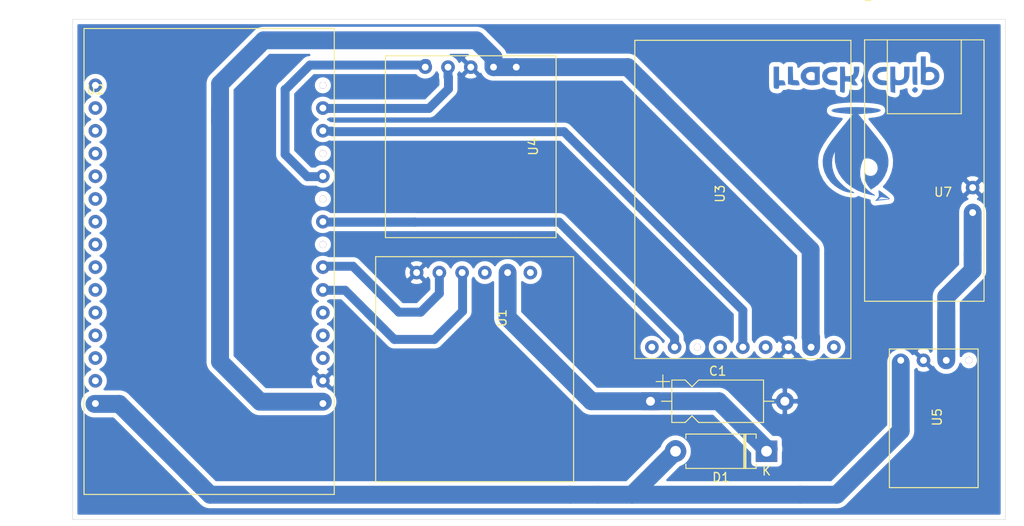
<source format=kicad_pcb>
(kicad_pcb (version 20171130) (host pcbnew "(5.1.4)-1")

  (general
    (thickness 1.6)
    (drawings 4)
    (tracks 81)
    (zones 0)
    (modules 9)
    (nets 12)
  )

  (page A4)
  (layers
    (0 F.Cu signal)
    (31 B.Cu signal)
    (32 B.Adhes user)
    (33 F.Adhes user)
    (34 B.Paste user)
    (35 F.Paste user)
    (36 B.SilkS user)
    (37 F.SilkS user)
    (38 B.Mask user)
    (39 F.Mask user)
    (40 Dwgs.User user)
    (41 Cmts.User user)
    (42 Eco1.User user)
    (43 Eco2.User user)
    (44 Edge.Cuts user)
    (45 Margin user)
    (46 B.CrtYd user)
    (47 F.CrtYd user)
    (48 B.Fab user)
    (49 F.Fab user)
  )

  (setup
    (last_trace_width 2)
    (user_trace_width 1)
    (user_trace_width 2)
    (trace_clearance 0.2)
    (zone_clearance 0.508)
    (zone_45_only no)
    (trace_min 0.2)
    (via_size 0.8)
    (via_drill 0.4)
    (via_min_size 0.4)
    (via_min_drill 0.3)
    (uvia_size 0.3)
    (uvia_drill 0.1)
    (uvias_allowed no)
    (uvia_min_size 0.2)
    (uvia_min_drill 0.1)
    (edge_width 0.05)
    (segment_width 0.2)
    (pcb_text_width 0.3)
    (pcb_text_size 1.5 1.5)
    (mod_edge_width 0.12)
    (mod_text_size 1 1)
    (mod_text_width 0.15)
    (pad_size 0.77 0.77)
    (pad_drill 0.762)
    (pad_to_mask_clearance 0.051)
    (solder_mask_min_width 0.25)
    (aux_axis_origin 0 0)
    (visible_elements 7FFFFFFF)
    (pcbplotparams
      (layerselection 0x010fc_ffffffff)
      (usegerberextensions false)
      (usegerberattributes false)
      (usegerberadvancedattributes false)
      (creategerberjobfile false)
      (excludeedgelayer true)
      (linewidth 0.100000)
      (plotframeref false)
      (viasonmask false)
      (mode 1)
      (useauxorigin false)
      (hpglpennumber 1)
      (hpglpenspeed 20)
      (hpglpendiameter 15.000000)
      (psnegative false)
      (psa4output false)
      (plotreference true)
      (plotvalue true)
      (plotinvisibletext false)
      (padsonsilk false)
      (subtractmaskfromsilk false)
      (outputformat 1)
      (mirror false)
      (drillshape 1)
      (scaleselection 1)
      (outputdirectory ""))
  )

  (net 0 "")
  (net 1 GND)
  (net 2 "Net-(C1-Pad1)")
  (net 3 5V)
  (net 4 TX2)
  (net 5 RX2)
  (net 6 SCL)
  (net 7 TX0)
  (net 8 SDA)
  (net 9 EN_GPS)
  (net 10 3.3V)
  (net 11 VBAT)

  (net_class Default "Ceci est la Netclass par défaut."
    (clearance 0.2)
    (trace_width 0.25)
    (via_dia 0.8)
    (via_drill 0.4)
    (uvia_dia 0.3)
    (uvia_drill 0.1)
    (add_net 3.3V)
    (add_net 5V)
    (add_net EN_GPS)
    (add_net GND)
    (add_net "Net-(C1-Pad1)")
    (add_net "Net-(U1-Pad1)")
    (add_net "Net-(U1-Pad3)")
    (add_net "Net-(U2-Pad1)")
    (add_net "Net-(U2-Pad10)")
    (add_net "Net-(U2-Pad11)")
    (add_net "Net-(U2-Pad12)")
    (add_net "Net-(U2-Pad13)")
    (add_net "Net-(U2-Pad14)")
    (add_net "Net-(U2-Pad18)")
    (add_net "Net-(U2-Pad19)")
    (add_net "Net-(U2-Pad2)")
    (add_net "Net-(U2-Pad20)")
    (add_net "Net-(U2-Pad23)")
    (add_net "Net-(U2-Pad25)")
    (add_net "Net-(U2-Pad27)")
    (add_net "Net-(U2-Pad3)")
    (add_net "Net-(U2-Pad30)")
    (add_net "Net-(U2-Pad4)")
    (add_net "Net-(U2-Pad5)")
    (add_net "Net-(U2-Pad6)")
    (add_net "Net-(U2-Pad7)")
    (add_net "Net-(U2-Pad8)")
    (add_net "Net-(U2-Pad9)")
    (add_net "Net-(U3-Pad1)")
    (add_net "Net-(U3-Pad3)")
    (add_net "Net-(U3-Pad4)")
    (add_net "Net-(U3-Pad6)")
    (add_net "Net-(U3-Pad9)")
    (add_net "Net-(U5-Pad1)")
    (add_net RX2)
    (add_net SCL)
    (add_net SDA)
    (add_net TX0)
    (add_net TX2)
    (add_net VBAT)
  )

  (module track_chip:logo (layer F.Cu) (tedit 6023E6AC) (tstamp 60255CA8)
    (at 186.2328 77.9272 180)
    (fp_text reference G*** (at -3.175 -12.065) (layer F.SilkS) hide
      (effects (font (size 1.524 1.524) (thickness 0.3)))
    )
    (fp_text value LOGO (at -3.81 -8.89) (layer F.SilkS) hide
      (effects (font (size 1.524 1.524) (thickness 0.3)))
    )
    (fp_poly (pts (xy -2.651507 -3.561371) (xy -2.996287 -3.444732) (xy -3.262266 -3.258806) (xy -3.400053 -3.070652)
      (xy -3.494222 -2.76749) (xy -3.501598 -2.441851) (xy -3.424164 -2.143381) (xy -3.358276 -2.025516)
      (xy -3.111718 -1.779703) (xy -2.790491 -1.612878) (xy -2.43666 -1.543817) (xy -2.289342 -1.548387)
      (xy -1.971842 -1.581517) (xy -1.971842 -0.381) (xy -1.437105 -0.381) (xy -1.437105 -3.048)
      (xy -1.971842 -3.048) (xy -1.971842 -2.608792) (xy -1.977418 -2.35899) (xy -2.009666 -2.209634)
      (xy -2.09187 -2.134211) (xy -2.24731 -2.106208) (xy -2.418175 -2.100514) (xy -2.624406 -2.115481)
      (xy -2.761911 -2.185497) (xy -2.835938 -2.262814) (xy -2.9565 -2.486055) (xy -2.944368 -2.700809)
      (xy -2.810406 -2.892137) (xy -2.670786 -2.993434) (xy -2.498447 -3.039409) (xy -2.309091 -3.048)
      (xy -1.971842 -3.048) (xy -1.437105 -3.048) (xy -1.437105 -3.483496) (xy -1.817347 -3.558488)
      (xy -2.250877 -3.601647) (xy -2.651507 -3.561371)) (layer B.Cu) (width 0.01))
    (fp_poly (pts (xy 14.472387 -3.980443) (xy 14.410763 -3.883073) (xy 14.404474 -3.81) (xy 14.398301 -3.701095)
      (xy 14.357845 -3.64441) (xy 14.250201 -3.622896) (xy 14.042464 -3.619501) (xy 14.036842 -3.6195)
      (xy 13.835473 -3.612879) (xy 13.70194 -3.5958) (xy 13.669211 -3.579243) (xy 13.686815 -3.497936)
      (xy 13.73066 -3.345009) (xy 13.746633 -3.293493) (xy 13.804117 -3.140034) (xy 13.878768 -3.069107)
      (xy 14.018135 -3.048959) (xy 14.114265 -3.048) (xy 14.404474 -3.048) (xy 14.404474 -1.524)
      (xy 15.006053 -1.524) (xy 15.006053 -2.723094) (xy 15.005638 -3.140512) (xy 15.00298 -3.448348)
      (xy 14.995964 -3.664017) (xy 14.982472 -3.804938) (xy 14.960387 -3.888528) (xy 14.927592 -3.932204)
      (xy 14.881971 -3.953382) (xy 14.855658 -3.960477) (xy 14.614622 -4.004223) (xy 14.472387 -3.980443)) (layer B.Cu) (width 0.01))
    (fp_poly (pts (xy 12.21943 -3.612401) (xy 12.120267 -3.587286) (xy 12.119239 -3.58636) (xy 12.112974 -3.509986)
      (xy 12.139835 -3.359665) (xy 12.154492 -3.303586) (xy 12.206551 -3.14965) (xy 12.278265 -3.073733)
      (xy 12.414638 -3.043587) (xy 12.529158 -3.035101) (xy 12.833685 -3.01625) (xy 12.852516 -2.270125)
      (xy 12.871348 -1.524) (xy 13.401842 -1.524) (xy 13.401842 -3.477424) (xy 13.104875 -3.548462)
      (xy 12.892302 -3.585949) (xy 12.646501 -3.610154) (xy 12.408525 -3.619497) (xy 12.21943 -3.612401)) (layer B.Cu) (width 0.01))
    (fp_poly (pts (xy 10.219853 -3.562855) (xy 10.156178 -3.548462) (xy 9.859211 -3.477424) (xy 9.859211 -1.524)
      (xy 10.483698 -1.524) (xy 10.806209 -1.529319) (xy 11.036095 -1.549614) (xy 11.21412 -1.591397)
      (xy 11.381045 -1.661177) (xy 11.399252 -1.670224) (xy 11.686254 -1.877916) (xy 11.883976 -2.152849)
      (xy 11.980175 -2.466485) (xy 11.979403 -2.480728) (xy 11.390053 -2.480728) (xy 11.289768 -2.289093)
      (xy 11.22046 -2.227109) (xy 11.001316 -2.12511) (xy 10.754478 -2.099992) (xy 10.537436 -2.1558)
      (xy 10.503208 -2.176648) (xy 10.435789 -2.252069) (xy 10.4053 -2.378533) (xy 10.404572 -2.590303)
      (xy 10.40688 -2.637023) (xy 10.427369 -3.01625) (xy 10.744269 -3.035581) (xy 10.961233 -3.035516)
      (xy 11.107049 -2.990669) (xy 11.228874 -2.895593) (xy 11.369866 -2.691739) (xy 11.390053 -2.480728)
      (xy 11.979403 -2.480728) (xy 11.962609 -2.790285) (xy 11.927216 -2.900992) (xy 11.739464 -3.206295)
      (xy 11.459406 -3.43078) (xy 11.102488 -3.568799) (xy 10.684155 -3.614706) (xy 10.219853 -3.562855)) (layer B.Cu) (width 0.01))
    (fp_poly (pts (xy 8.092827 -3.606531) (xy 7.940591 -3.563113) (xy 7.881433 -3.474291) (xy 7.895681 -3.326082)
      (xy 7.903543 -3.295612) (xy 7.946444 -3.170329) (xy 8.013492 -3.101022) (xy 8.14329 -3.064577)
      (xy 8.325805 -3.042781) (xy 8.607671 -3.006062) (xy 8.788843 -2.95586) (xy 8.902303 -2.877438)
      (xy 8.981034 -2.756057) (xy 8.984775 -2.748336) (xy 9.030475 -2.570678) (xy 8.987709 -2.407142)
      (xy 8.913097 -2.278341) (xy 8.804162 -2.194773) (xy 8.628687 -2.141523) (xy 8.354461 -2.10368)
      (xy 8.325805 -2.10072) (xy 8.114829 -2.073994) (xy 7.998569 -2.033544) (xy 7.938421 -1.956257)
      (xy 7.903543 -1.847889) (xy 7.879278 -1.688771) (xy 7.925242 -1.591299) (xy 8.061103 -1.541491)
      (xy 8.306534 -1.525363) (xy 8.357811 -1.524973) (xy 8.77424 -1.583982) (xy 8.992271 -1.666875)
      (xy 9.306919 -1.874326) (xy 9.504202 -2.141072) (xy 9.588106 -2.473131) (xy 9.591842 -2.57175)
      (xy 9.531252 -2.917157) (xy 9.360028 -3.207945) (xy 9.093989 -3.430693) (xy 8.748957 -3.571983)
      (xy 8.357811 -3.618528) (xy 8.092827 -3.606531)) (layer B.Cu) (width 0.01))
    (fp_poly (pts (xy 7.092195 -4.384944) (xy 7.062352 -4.248307) (xy 7.052663 -4.013467) (xy 7.051842 -3.81)
      (xy 7.051842 -3.175) (xy 6.761579 -3.175) (xy 6.570553 -3.186127) (xy 6.456691 -3.239401)
      (xy 6.364098 -3.364665) (xy 6.345326 -3.39725) (xy 6.256866 -3.532587) (xy 6.160318 -3.597828)
      (xy 6.004859 -3.618224) (xy 5.897975 -3.6195) (xy 5.707436 -3.616015) (xy 5.624325 -3.595257)
      (xy 5.622397 -3.541777) (xy 5.655284 -3.476625) (xy 5.753415 -3.316788) (xy 5.856444 -3.16749)
      (xy 5.935232 -3.04784) (xy 5.931382 -2.972884) (xy 5.841061 -2.884729) (xy 5.837526 -2.88174)
      (xy 5.645699 -2.645492) (xy 5.511988 -2.326935) (xy 5.451203 -1.963912) (xy 5.4491 -1.889125)
      (xy 5.447632 -1.524) (xy 6.049211 -1.524) (xy 6.049211 -1.905) (xy 6.061304 -2.150019)
      (xy 6.10428 -2.308136) (xy 6.181195 -2.411385) (xy 6.427054 -2.557404) (xy 6.740959 -2.598794)
      (xy 6.826529 -2.592584) (xy 7.018421 -2.57175) (xy 7.057249 -1.524) (xy 7.586579 -1.524)
      (xy 7.586579 -4.321144) (xy 7.415123 -4.383072) (xy 7.257331 -4.434582) (xy 7.153438 -4.441121)
      (xy 7.092195 -4.384944)) (layer B.Cu) (width 0.01))
    (fp_poly (pts (xy 2.463935 -3.592041) (xy 2.304223 -3.559399) (xy 2.263301 -3.536553) (xy 2.257045 -3.46117)
      (xy 2.283421 -3.316172) (xy 2.289452 -3.293089) (xy 2.333712 -3.165115) (xy 2.403225 -3.099464)
      (xy 2.539209 -3.07165) (xy 2.677604 -3.062533) (xy 2.998622 -3.021711) (xy 3.215234 -2.931677)
      (xy 3.350499 -2.781513) (xy 3.374684 -2.732433) (xy 3.415124 -2.545361) (xy 3.371709 -2.398649)
      (xy 3.248306 -2.236187) (xy 3.050989 -2.135696) (xy 2.75541 -2.086033) (xy 2.677604 -2.080968)
      (xy 2.478561 -2.064423) (xy 2.371963 -2.025469) (xy 2.316594 -1.939621) (xy 2.289452 -1.850412)
      (xy 2.260345 -1.698166) (xy 2.265312 -1.606507) (xy 2.268899 -1.60163) (xy 2.372449 -1.567363)
      (xy 2.562358 -1.549953) (xy 2.792506 -1.549244) (xy 3.016772 -1.565083) (xy 3.189037 -1.597315)
      (xy 3.210807 -1.604786) (xy 3.547419 -1.788541) (xy 3.793272 -2.034689) (xy 3.939262 -2.322369)
      (xy 3.976285 -2.63072) (xy 3.89524 -2.938883) (xy 3.837923 -3.04186) (xy 3.623179 -3.306369)
      (xy 3.362123 -3.477278) (xy 3.124593 -3.559808) (xy 2.921542 -3.593526) (xy 2.685515 -3.603844)
      (xy 2.463935 -3.592041)) (layer B.Cu) (width 0.01))
    (fp_poly (pts (xy 1.437106 -3.5545) (xy 1.18364 -3.593004) (xy 0.841813 -3.594331) (xy 0.512547 -3.506998)
      (xy 0.245585 -3.345118) (xy 0.217599 -3.318888) (xy 0.036376 -3.097668) (xy -0.082015 -2.842422)
      (xy -0.14677 -2.523955) (xy -0.167086 -2.113066) (xy -0.167105 -2.09754) (xy -0.167105 -1.524)
      (xy 0.434474 -1.524) (xy 0.434474 -2.147932) (xy 0.43714 -2.439624) (xy 0.449079 -2.633477)
      (xy 0.476203 -2.75861) (xy 0.524424 -2.844142) (xy 0.589177 -2.909932) (xy 0.760165 -3.002062)
      (xy 0.980551 -3.046884) (xy 1.195742 -3.039997) (xy 1.351144 -2.977002) (xy 1.356895 -2.9718)
      (xy 1.398907 -2.862605) (xy 1.425734 -2.632409) (xy 1.436823 -2.28645) (xy 1.437106 -2.2098)
      (xy 1.437106 -1.524) (xy 1.971842 -1.524) (xy 1.971842 -2.917253) (xy 1.969657 -3.324592)
      (xy 1.963539 -3.687511) (xy 1.954146 -3.98737) (xy 1.942135 -4.205532) (xy 1.928163 -4.323358)
      (xy 1.921711 -4.338536) (xy 1.826643 -4.370207) (xy 1.664647 -4.408709) (xy 1.654342 -4.410828)
      (xy 1.437106 -4.455091) (xy 1.437106 -3.5545)) (layer B.Cu) (width 0.01))
    (fp_poly (pts (xy -1.036052 -1.524) (xy -0.501315 -1.524) (xy -0.501315 -2.501457) (xy -0.502361 -2.889164)
      (xy -0.50974 -3.167864) (xy -0.52982 -3.355549) (xy -0.568967 -3.470213) (xy -0.633545 -3.529847)
      (xy -0.729921 -3.552445) (xy -0.864461 -3.556) (xy -1.036052 -3.556) (xy -1.036052 -1.524)) (layer B.Cu) (width 0.01))
    (fp_poly (pts (xy -0.992271 -4.328875) (xy -1.093339 -4.154751) (xy -1.061863 -3.987563) (xy -0.997857 -3.909786)
      (xy -0.827682 -3.818467) (xy -0.656696 -3.848198) (xy -0.52859 -3.96875) (xy -0.457866 -4.093033)
      (xy -0.469305 -4.190754) (xy -0.52859 -4.28625) (xy -0.676612 -4.418604) (xy -0.841907 -4.42854)
      (xy -0.992271 -4.328875)) (layer B.Cu) (width 0.01))
    (fp_poly (pts (xy 3.681317 -15.919032) (xy 3.704087 -15.879205) (xy 3.818631 -15.794632) (xy 4.033517 -15.654844)
      (xy 4.135793 -15.589809) (xy 4.600352 -15.223909) (xy 4.956701 -14.789848) (xy 5.202018 -14.297596)
      (xy 5.333483 -13.757126) (xy 5.348275 -13.17841) (xy 5.243574 -12.571418) (xy 5.106632 -12.157587)
      (xy 5.02012 -11.959131) (xy 4.939042 -11.849176) (xy 4.83118 -11.794365) (xy 4.735396 -11.773208)
      (xy 4.407318 -11.772897) (xy 4.066303 -11.871668) (xy 3.770503 -12.047852) (xy 3.551661 -12.285319)
      (xy 3.424454 -12.556953) (xy 3.381846 -12.841909) (xy 3.416801 -13.119343) (xy 3.522285 -13.368409)
      (xy 3.691261 -13.568264) (xy 3.916694 -13.698063) (xy 4.191548 -13.736962) (xy 4.334297 -13.718238)
      (xy 4.543 -13.655158) (xy 4.69442 -13.575364) (xy 4.757875 -13.497036) (xy 4.75207 -13.470681)
      (xy 4.773428 -13.401245) (xy 4.829475 -13.339651) (xy 4.882093 -13.304972) (xy 4.909048 -13.332037)
      (xy 4.914358 -13.441385) (xy 4.902042 -13.653556) (xy 4.898971 -13.694878) (xy 4.80188 -14.200736)
      (xy 4.597749 -14.673063) (xy 4.332294 -15.042503) (xy 4.13774 -15.257756) (xy 3.840186 -15.079312)
      (xy 3.343893 -14.710185) (xy 2.924132 -14.2541) (xy 2.589585 -13.731481) (xy 2.348937 -13.162752)
      (xy 2.21087 -12.568337) (xy 2.184069 -11.968659) (xy 2.274077 -11.395717) (xy 2.339767 -11.178493)
      (xy 2.422316 -10.965569) (xy 2.53027 -10.744062) (xy 2.672174 -10.501088) (xy 2.856571 -10.223767)
      (xy 3.092008 -9.899213) (xy 3.387028 -9.514544) (xy 3.750177 -9.056878) (xy 4.167681 -8.54075)
      (xy 5.562947 -6.82625) (xy 4.853579 -6.779129) (xy 4.246729 -6.729677) (xy 3.761006 -6.670271)
      (xy 3.398994 -6.601509) (xy 3.163274 -6.523985) (xy 3.056428 -6.438298) (xy 3.064319 -6.366014)
      (xy 3.177606 -6.293198) (xy 3.406545 -6.227659) (xy 3.733265 -6.170486) (xy 4.139893 -6.122771)
      (xy 4.608556 -6.085601) (xy 5.121382 -6.060067) (xy 5.660498 -6.047259) (xy 6.208032 -6.048266)
      (xy 6.746112 -6.064177) (xy 7.256865 -6.096083) (xy 7.35411 -6.104475) (xy 7.809422 -6.157121)
      (xy 8.161048 -6.221513) (xy 8.403649 -6.294878) (xy 8.531885 -6.374437) (xy 8.540417 -6.457417)
      (xy 8.423905 -6.541042) (xy 8.289909 -6.590947) (xy 8.122906 -6.627361) (xy 7.857249 -6.667518)
      (xy 7.527682 -6.706851) (xy 7.168948 -6.740793) (xy 7.120172 -6.744713) (xy 6.788168 -6.771749)
      (xy 6.507717 -6.796389) (xy 6.303825 -6.816299) (xy 6.201497 -6.829147) (xy 6.194544 -6.83109)
      (xy 6.226774 -6.882058) (xy 6.324676 -7.012632) (xy 6.471829 -7.202182) (xy 6.651809 -7.430082)
      (xy 6.848195 -7.675705) (xy 7.044563 -7.918423) (xy 7.224492 -8.137609) (xy 7.371558 -8.312635)
      (xy 7.404028 -8.35025) (xy 7.46069 -8.4198) (xy 7.583372 -8.5731) (xy 7.757868 -8.792311)
      (xy 7.969973 -9.059592) (xy 8.162496 -9.30275) (xy 8.611992 -9.901823) (xy 8.97432 -10.450802)
      (xy 9.244337 -10.940956) (xy 9.4169 -11.363554) (xy 9.453228 -11.4935) (xy 9.531215 -12.097163)
      (xy 9.484909 -12.708734) (xy 9.320534 -13.308629) (xy 9.044312 -13.877266) (xy 8.662464 -14.395063)
      (xy 8.466903 -14.59763) (xy 8.116944 -14.890793) (xy 7.720466 -15.155768) (xy 7.317074 -15.369364)
      (xy 6.946373 -15.508393) (xy 6.884737 -15.524043) (xy 6.667071 -15.567325) (xy 6.431727 -15.60352)
      (xy 6.215063 -15.628507) (xy 6.053439 -15.638168) (xy 5.983213 -15.628384) (xy 5.982616 -15.626247)
      (xy 6.037739 -15.581644) (xy 6.183371 -15.49726) (xy 6.390285 -15.389804) (xy 6.4338 -15.368312)
      (xy 6.796322 -15.151474) (xy 7.177795 -14.857119) (xy 7.543708 -14.517462) (xy 7.85955 -14.164718)
      (xy 8.090807 -13.831102) (xy 8.101867 -13.81125) (xy 8.318772 -13.314435) (xy 8.449456 -12.789869)
      (xy 8.491596 -12.266638) (xy 8.442873 -11.773827) (xy 8.300963 -11.340524) (xy 8.299323 -11.337121)
      (xy 8.151171 -11.030775) (xy 8.177254 -11.521482) (xy 8.149606 -12.20128) (xy 7.998297 -12.850388)
      (xy 7.731204 -13.460771) (xy 7.356207 -14.024397) (xy 6.881184 -14.533233) (xy 6.314012 -14.979246)
      (xy 5.66257 -15.354404) (xy 4.934735 -15.650673) (xy 4.138387 -15.86002) (xy 3.876842 -15.906327)
      (xy 3.741757 -15.924583) (xy 3.681317 -15.919032)) (layer B.Cu) (width 0.01))
    (fp_poly (pts (xy 2.038685 -8.35025) (xy 2.072106 -8.3185) (xy 2.105527 -8.35025) (xy 2.072106 -8.382)
      (xy 2.038685 -8.35025)) (layer Eco2.User) (width 0.01))
    (fp_poly (pts (xy 3.403729 -16.491725) (xy 3.202698 -16.466608) (xy 2.928028 -16.437339) (xy 2.640264 -16.41035)
      (xy 2.385819 -16.383774) (xy 2.178821 -16.35383) (xy 2.059683 -16.326491) (xy 2.052981 -16.323555)
      (xy 2.060018 -16.264927) (xy 2.178277 -16.139664) (xy 2.406189 -15.949299) (xy 2.548538 -15.839443)
      (xy 2.850479 -15.610532) (xy 3.061456 -15.455298) (xy 3.196357 -15.369849) (xy 3.270073 -15.350293)
      (xy 3.29749 -15.392741) (xy 3.293499 -15.493299) (xy 3.272986 -15.648078) (xy 3.27271 -15.650174)
      (xy 3.251127 -15.862112) (xy 3.266464 -16.003876) (xy 3.334134 -16.130637) (xy 3.44569 -16.269428)
      (xy 3.55685 -16.400836) (xy 3.342106 -16.400836) (xy 3.186797 -16.239981) (xy 3.092947 -16.151052)
      (xy 3.005871 -16.112047) (xy 2.881156 -16.116512) (xy 2.674386 -16.157992) (xy 2.653814 -16.16253)
      (xy 2.441136 -16.202783) (xy 2.282505 -16.220454) (xy 2.224255 -16.215469) (xy 2.175213 -16.232014)
      (xy 2.172369 -16.252253) (xy 2.230806 -16.298171) (xy 2.373144 -16.319818) (xy 2.389606 -16.320052)
      (xy 2.584068 -16.327851) (xy 2.837051 -16.3471) (xy 2.974474 -16.36072) (xy 3.342106 -16.400836)
      (xy 3.55685 -16.400836) (xy 3.665879 -16.529724) (xy 3.403729 -16.491725)) (layer B.Cu) (width 0.01))
  )

  (module track_chip:GPS_PA6H (layer F.Cu) (tedit 60250769) (tstamp 60255B25)
    (at 157.6324 110.7948 90)
    (path /60213494)
    (fp_text reference U3 (at 17.145 7.62 90) (layer F.SilkS)
      (effects (font (size 1 1) (thickness 0.15)))
    )
    (fp_text value GPS_PA6H (at 17.145 3.81 90) (layer F.Fab)
      (effects (font (size 1 1) (thickness 0.15)))
    )
    (fp_line (start -1.27 -0.635) (end -1.27 -1.905) (layer F.SilkS) (width 0.12))
    (fp_line (start 34.29 22.225) (end 34.29 20.955) (layer F.SilkS) (width 0.12))
    (fp_line (start 34.29 -1.905) (end 34.29 -1.27) (layer F.SilkS) (width 0.12))
    (fp_line (start -1.27 -0.635) (end -1.27 22.225) (layer F.SilkS) (width 0.12))
    (fp_line (start 38.735 24.4475) (end 38.735 23.8125) (layer F.SilkS) (width 0.12))
    (fp_line (start -1.27 22.225) (end 34.29 22.225) (layer F.SilkS) (width 0.12))
    (fp_line (start 34.29 -1.27) (end 34.29 20.955) (layer F.SilkS) (width 0.12))
    (fp_line (start -1.27 -1.905) (end 34.29 -1.905) (layer F.SilkS) (width 0.12))
    (pad 9 thru_hole circle (at 0 20.32 90) (size 1.524 1.524) (drill 0.762) (layers *.Cu *.Mask))
    (pad 8 thru_hole circle (at 0 17.78 90) (size 1.524 1.524) (drill 0.762) (layers *.Cu *.Mask)
      (net 10 3.3V))
    (pad 7 thru_hole circle (at 0 15.24 90) (size 1.524 1.524) (drill 0.762) (layers *.Cu *.Mask)
      (net 1 GND))
    (pad 6 thru_hole circle (at 0 12.7 90) (size 1.524 1.524) (drill 0.762) (layers *.Cu *.Mask))
    (pad 5 thru_hole circle (at 0 10.16 90) (size 1.524 1.524) (drill 0.762) (layers *.Cu *.Mask)
      (net 7 TX0))
    (pad 4 thru_hole circle (at 0 7.62 90) (size 1.524 1.524) (drill 0.762) (layers *.Cu *.Mask))
    (pad 3 thru_hole circle (at 0 5.08 90) (size 0.77 0.77) (drill 0.762) (layers *.Cu *.Mask))
    (pad 2 thru_hole circle (at 0 2.54 90) (size 1.524 1.524) (drill 0.762) (layers *.Cu *.Mask)
      (net 9 EN_GPS))
    (pad 1 thru_hole circle (at 0 0 90) (size 1.524 1.524) (drill 0.762) (layers *.Cu *.Mask))
  )

  (module track_chip:charger_mr010 (layer F.Cu) (tedit 60215261) (tstamp 6023FF77)
    (at 193.4464 95.504 180)
    (path /60216DFB)
    (fp_text reference U7 (at 3.302 2.032) (layer F.SilkS)
      (effects (font (size 1 1) (thickness 0.15)))
    )
    (fp_text value charger_mr010 (at 0 -2.032) (layer F.Fab)
      (effects (font (size 1 1) (thickness 0.15)))
    )
    (fp_line (start 1.27 10.795) (end 1.27 19.05) (layer F.SilkS) (width 0.12))
    (fp_line (start 1.27 10.795) (end 1.905 10.795) (layer F.SilkS) (width 0.12))
    (fp_line (start 9.525 10.795) (end 9.525 19.05) (layer F.SilkS) (width 0.12))
    (fp_line (start 1.905 10.795) (end 9.525 10.795) (layer F.SilkS) (width 0.12))
    (fp_line (start 12.065 19.05) (end 12.065 0) (layer F.SilkS) (width 0.12))
    (fp_line (start -1.27 19.05) (end 12.065 19.05) (layer F.SilkS) (width 0.12))
    (fp_line (start -1.27 0) (end -1.27 19.05) (layer F.SilkS) (width 0.12))
    (fp_line (start 12.065 -10.16) (end 12.065 0) (layer F.SilkS) (width 0.12))
    (fp_line (start -1.27 -10.16) (end 12.065 -10.16) (layer F.SilkS) (width 0.12))
    (fp_line (start -1.27 0) (end -1.27 -10.16) (layer F.SilkS) (width 0.12))
    (pad 2 thru_hole circle (at 0 2.54 180) (size 1.524 1.524) (drill 0.762) (layers *.Cu *.Mask)
      (net 1 GND))
    (pad 1 thru_hole circle (at 0 -0.254 180) (size 1.524 1.524) (drill 0.762) (layers *.Cu *.Mask)
      (net 11 VBAT))
  )

  (module track_chip:polulu (layer F.Cu) (tedit 6023FE7B) (tstamp 6023FF67)
    (at 193.04 112.268 270)
    (path /6021A9B1)
    (fp_text reference U5 (at 6.35 3.556 90) (layer F.SilkS)
      (effects (font (size 1 1) (thickness 0.15)))
    )
    (fp_text value polulu (at 6.35 -2.286 90) (layer F.Fab)
      (effects (font (size 1 1) (thickness 0.15)))
    )
    (fp_line (start -1.27 -1.016) (end -1.016 -1.016) (layer F.SilkS) (width 0.12))
    (fp_line (start -1.27 8.89) (end -1.27 -1.016) (layer F.SilkS) (width 0.12))
    (fp_line (start 14.224 8.89) (end -1.27 8.89) (layer F.SilkS) (width 0.12))
    (fp_line (start 14.224 -1.016) (end 14.224 8.89) (layer F.SilkS) (width 0.12))
    (fp_line (start -1.016 -1.016) (end 14.224 -1.016) (layer F.SilkS) (width 0.12))
    (pad 4 thru_hole circle (at 0 7.62 270) (size 1.524 1.524) (drill 0.762) (layers *.Cu *.Mask)
      (net 3 5V))
    (pad 3 thru_hole circle (at 0 5.08 270) (size 1.524 1.524) (drill 0.762) (layers *.Cu *.Mask)
      (net 1 GND))
    (pad 2 thru_hole circle (at 0 2.54 270) (size 1.524 1.524) (drill 0.762) (layers *.Cu *.Mask)
      (net 11 VBAT))
    (pad 1 thru_hole circle (at 0 0 270) (size 0.77 0.77) (drill 0.762) (layers *.Cu *.Mask))
  )

  (module track_chip:bmp180 (layer F.Cu) (tedit 60210CF6) (tstamp 6023FF5A)
    (at 142.494 79.502 270)
    (path /6021BEE0)
    (fp_text reference U4 (at 8.89 -1.905 90) (layer F.SilkS)
      (effects (font (size 1 1) (thickness 0.15)))
    )
    (fp_text value bmp180-track_chip (at 6.096 4.8768) (layer F.Fab)
      (effects (font (size 1 1) (thickness 0.15)))
    )
    (fp_line (start -1.27 -4.445) (end -1.27 10.16) (layer F.SilkS) (width 0.12))
    (fp_line (start 19.05 -4.445) (end -1.27 -4.445) (layer F.SilkS) (width 0.12))
    (fp_line (start 19.05 0) (end 19.05 -4.445) (layer F.SilkS) (width 0.12))
    (fp_line (start 19.05 14.605) (end 19.05 0) (layer F.SilkS) (width 0.12))
    (fp_line (start -1.27 14.605) (end 19.05 14.605) (layer F.SilkS) (width 0.12))
    (fp_line (start -1.27 10.16) (end -1.27 14.605) (layer F.SilkS) (width 0.12))
    (pad 5 thru_hole circle (at 0 10.16 270) (size 1.524 1.524) (drill 0.762) (layers *.Cu *.Mask)
      (net 8 SDA))
    (pad 4 thru_hole circle (at 0 7.62 270) (size 1.524 1.524) (drill 0.762) (layers *.Cu *.Mask)
      (net 6 SCL))
    (pad 3 thru_hole circle (at 0 5.08 270) (size 1.524 1.524) (drill 0.762) (layers *.Cu *.Mask)
      (net 1 GND))
    (pad 2 thru_hole circle (at 0 2.54 270) (size 1.524 1.524) (drill 0.762) (layers *.Cu *.Mask)
      (net 10 3.3V))
    (pad 1 thru_hole rect (at 0 0 270) (size 1.524 1.524) (drill 0.762) (layers *.Cu *.Mask)
      (net 10 3.3V))
  )

  (module track_chip:esp32 (layer F.Cu) (tedit 6025059F) (tstamp 60255726)
    (at 95.504 81.534)
    (path /6021AB3C)
    (fp_text reference U2 (at 0 0.5) (layer F.SilkS)
      (effects (font (size 1 1) (thickness 0.15)))
    )
    (fp_text value esp32_NodeMCU-track_chip (at 0 -0.5) (layer F.Fab)
      (effects (font (size 1 1) (thickness 0.15)))
    )
    (fp_line (start -1.27 45.72) (end -1.27 35.56) (layer F.SilkS) (width 0.12))
    (fp_line (start 26.67 45.72) (end -1.27 45.72) (layer F.SilkS) (width 0.12))
    (fp_line (start 26.67 35.56) (end 26.67 45.72) (layer F.SilkS) (width 0.12))
    (fp_line (start 26.67 -6.35) (end 26.67 35.56) (layer F.SilkS) (width 0.12))
    (fp_line (start -1.27 -6.35) (end -1.27 35.56) (layer F.SilkS) (width 0.12))
    (fp_line (start -1.27 -6.35) (end 26.67 -6.35) (layer F.SilkS) (width 0.12))
    (pad 30 thru_hole circle (at 25.4 0) (size 0.77 0.77) (drill 0.762) (layers *.Cu *.Mask))
    (pad 29 thru_hole circle (at 25.4 2.54) (size 1.524 1.524) (drill 0.762) (layers *.Cu *.Mask)
      (net 6 SCL))
    (pad 14 thru_hole circle (at 0 33.02) (size 1.524 1.524) (drill 0.762) (layers *.Cu *.Mask))
    (pad 28 thru_hole circle (at 25.4 5.08) (size 1.524 1.524) (drill 0.762) (layers *.Cu *.Mask)
      (net 7 TX0))
    (pad 27 thru_hole circle (at 25.4 7.62) (size 0.77 0.77) (drill 0.762) (layers *.Cu *.Mask))
    (pad 26 thru_hole circle (at 25.4 10.16) (size 1.524 1.524) (drill 0.762) (layers *.Cu *.Mask)
      (net 8 SDA))
    (pad 25 thru_hole circle (at 25.4 12.7) (size 0.77 0.77) (drill 0.762) (layers *.Cu *.Mask))
    (pad 24 thru_hole circle (at 25.4 15.24) (size 1.524 1.524) (drill 0.762) (layers *.Cu *.Mask)
      (net 9 EN_GPS))
    (pad 23 thru_hole circle (at 25.4 17.78) (size 0.77 0.77) (drill 0.762) (layers *.Cu *.Mask))
    (pad 22 thru_hole circle (at 25.4 20.32) (size 1.524 1.524) (drill 0.762) (layers *.Cu *.Mask)
      (net 4 TX2))
    (pad 21 thru_hole circle (at 25.4 22.86) (size 1.524 1.524) (drill 0.762) (layers *.Cu *.Mask)
      (net 5 RX2))
    (pad 20 thru_hole circle (at 25.4 25.4) (size 1.524 1.524) (drill 0.762) (layers *.Cu *.Mask))
    (pad 19 thru_hole circle (at 25.4 27.94) (size 1.524 1.524) (drill 0.762) (layers *.Cu *.Mask))
    (pad 18 thru_hole circle (at 25.4 30.48) (size 1.524 1.524) (drill 0.762) (layers *.Cu *.Mask))
    (pad 17 thru_hole circle (at 25.4 33.02) (size 1.524 1.524) (drill 0.762) (layers *.Cu *.Mask)
      (net 1 GND))
    (pad 16 thru_hole circle (at 25.4 35.56) (size 1.524 1.524) (drill 0.762) (layers *.Cu *.Mask)
      (net 10 3.3V))
    (pad 15 thru_hole rect (at 0 35.56) (size 1.524 1.524) (drill 0.762) (layers *.Cu *.Mask)
      (net 3 5V))
    (pad 13 thru_hole circle (at 0 30.48) (size 1.524 1.524) (drill 0.762) (layers *.Cu *.Mask))
    (pad 12 thru_hole circle (at 0 27.94) (size 1.524 1.524) (drill 0.762) (layers *.Cu *.Mask))
    (pad 11 thru_hole circle (at 0 25.4) (size 1.524 1.524) (drill 0.762) (layers *.Cu *.Mask))
    (pad 10 thru_hole circle (at 0 22.86) (size 1.524 1.524) (drill 0.762) (layers *.Cu *.Mask))
    (pad 9 thru_hole circle (at 0 20.32) (size 1.524 1.524) (drill 0.762) (layers *.Cu *.Mask))
    (pad 8 thru_hole circle (at 0 17.78) (size 1.524 1.524) (drill 0.762) (layers *.Cu *.Mask))
    (pad 7 thru_hole circle (at 0 15.24) (size 1.524 1.524) (drill 0.762) (layers *.Cu *.Mask))
    (pad 6 thru_hole circle (at 0 12.7) (size 1.524 1.524) (drill 0.762) (layers *.Cu *.Mask))
    (pad 5 thru_hole circle (at 0 10.16) (size 1.524 1.524) (drill 0.762) (layers *.Cu *.Mask))
    (pad 4 thru_hole circle (at 0 7.62) (size 1.524 1.524) (drill 0.762) (layers *.Cu *.Mask))
    (pad 3 thru_hole circle (at 0 5.08) (size 1.524 1.524) (drill 0.762) (layers *.Cu *.Mask))
    (pad 2 thru_hole circle (at 0 2.54) (size 1.524 1.524) (drill 0.762) (layers *.Cu *.Mask))
    (pad 1 thru_hole circle (at 0 0) (size 1.524 1.524) (drill 0.762) (layers *.Cu *.Mask))
  )

  (module track_chip:SIM800L (layer F.Cu) (tedit 60213244) (tstamp 6023FF0E)
    (at 144.0688 102.4636 270)
    (path /60218FF3)
    (fp_text reference U1 (at 5.08 3.175 90) (layer F.SilkS)
      (effects (font (size 1 1) (thickness 0.15)))
    )
    (fp_text value SIM800L (at 5.08 -1.905 90) (layer F.Fab)
      (effects (font (size 1 1) (thickness 0.15)))
    )
    (fp_line (start 23.368 17.272) (end -1.778 17.272) (layer F.SilkS) (width 0.12))
    (fp_line (start 23.368 -4.826) (end 23.368 17.272) (layer F.SilkS) (width 0.12))
    (fp_line (start -1.778 -4.826) (end 23.368 -4.826) (layer F.SilkS) (width 0.12))
    (fp_line (start -1.778 17.272) (end -1.778 -4.826) (layer F.SilkS) (width 0.12))
    (pad 6 thru_hole circle (at 0 12.7 270) (size 1.524 1.524) (drill 0.762) (layers *.Cu *.Mask)
      (net 1 GND))
    (pad 5 thru_hole circle (at 0 10.16 270) (size 1.524 1.524) (drill 0.762) (layers *.Cu *.Mask)
      (net 4 TX2))
    (pad 4 thru_hole circle (at 0 7.62 270) (size 1.524 1.524) (drill 0.762) (layers *.Cu *.Mask)
      (net 5 RX2))
    (pad 3 thru_hole circle (at 0 5.08 270) (size 1.524 1.524) (drill 0.762) (layers *.Cu *.Mask))
    (pad 2 thru_hole circle (at 0 2.54 270) (size 1.524 1.524) (drill 0.762) (layers *.Cu *.Mask)
      (net 2 "Net-(C1-Pad1)"))
    (pad 1 thru_hole circle (at 0 0 270) (size 1.524 1.524) (drill 0.762) (layers *.Cu *.Mask))
  )

  (module Diode_THT:D_DO-15_P10.16mm_Horizontal (layer F.Cu) (tedit 5AE50CD5) (tstamp 6023FF00)
    (at 170.434 122.428 180)
    (descr "Diode, DO-15 series, Axial, Horizontal, pin pitch=10.16mm, , length*diameter=7.6*3.6mm^2, , http://www.diodes.com/_files/packages/DO-15.pdf")
    (tags "Diode DO-15 series Axial Horizontal pin pitch 10.16mm  length 7.6mm diameter 3.6mm")
    (path /6021D78B)
    (fp_text reference D1 (at 5.08 -2.92) (layer F.SilkS)
      (effects (font (size 1 1) (thickness 0.15)))
    )
    (fp_text value 0.8V (at 5.08 2.92) (layer F.Fab)
      (effects (font (size 1 1) (thickness 0.15)))
    )
    (fp_text user K (at 0 -2.2) (layer F.SilkS)
      (effects (font (size 1 1) (thickness 0.15)))
    )
    (fp_text user K (at 0 -2.2) (layer F.Fab)
      (effects (font (size 1 1) (thickness 0.15)))
    )
    (fp_text user %R (at 5.65 0) (layer F.Fab)
      (effects (font (size 1 1) (thickness 0.15)))
    )
    (fp_line (start 11.61 -2.05) (end -1.45 -2.05) (layer F.CrtYd) (width 0.05))
    (fp_line (start 11.61 2.05) (end 11.61 -2.05) (layer F.CrtYd) (width 0.05))
    (fp_line (start -1.45 2.05) (end 11.61 2.05) (layer F.CrtYd) (width 0.05))
    (fp_line (start -1.45 -2.05) (end -1.45 2.05) (layer F.CrtYd) (width 0.05))
    (fp_line (start 2.3 -1.92) (end 2.3 1.92) (layer F.SilkS) (width 0.12))
    (fp_line (start 2.54 -1.92) (end 2.54 1.92) (layer F.SilkS) (width 0.12))
    (fp_line (start 2.42 -1.92) (end 2.42 1.92) (layer F.SilkS) (width 0.12))
    (fp_line (start 9 1.92) (end 9 1.44) (layer F.SilkS) (width 0.12))
    (fp_line (start 1.16 1.92) (end 9 1.92) (layer F.SilkS) (width 0.12))
    (fp_line (start 1.16 1.44) (end 1.16 1.92) (layer F.SilkS) (width 0.12))
    (fp_line (start 9 -1.92) (end 9 -1.44) (layer F.SilkS) (width 0.12))
    (fp_line (start 1.16 -1.92) (end 9 -1.92) (layer F.SilkS) (width 0.12))
    (fp_line (start 1.16 -1.44) (end 1.16 -1.92) (layer F.SilkS) (width 0.12))
    (fp_line (start 2.32 -1.8) (end 2.32 1.8) (layer F.Fab) (width 0.1))
    (fp_line (start 2.52 -1.8) (end 2.52 1.8) (layer F.Fab) (width 0.1))
    (fp_line (start 2.42 -1.8) (end 2.42 1.8) (layer F.Fab) (width 0.1))
    (fp_line (start 10.16 0) (end 8.88 0) (layer F.Fab) (width 0.1))
    (fp_line (start 0 0) (end 1.28 0) (layer F.Fab) (width 0.1))
    (fp_line (start 8.88 -1.8) (end 1.28 -1.8) (layer F.Fab) (width 0.1))
    (fp_line (start 8.88 1.8) (end 8.88 -1.8) (layer F.Fab) (width 0.1))
    (fp_line (start 1.28 1.8) (end 8.88 1.8) (layer F.Fab) (width 0.1))
    (fp_line (start 1.28 -1.8) (end 1.28 1.8) (layer F.Fab) (width 0.1))
    (pad 2 thru_hole oval (at 10.16 0 180) (size 2.4 2.4) (drill 1.2) (layers *.Cu *.Mask)
      (net 3 5V))
    (pad 1 thru_hole rect (at 0 0 180) (size 2.4 2.4) (drill 1.2) (layers *.Cu *.Mask)
      (net 2 "Net-(C1-Pad1)"))
    (model ${KISYS3DMOD}/Diode_THT.3dshapes/D_DO-15_P10.16mm_Horizontal.wrl
      (at (xyz 0 0 0))
      (scale (xyz 1 1 1))
      (rotate (xyz 0 0 0))
    )
  )

  (module Capacitor_THT:CP_Axial_L10.0mm_D4.5mm_P15.00mm_Horizontal (layer F.Cu) (tedit 5AE50EF2) (tstamp 6023FEE1)
    (at 157.48 116.84)
    (descr "CP, Axial series, Axial, Horizontal, pin pitch=15mm, , length*diameter=10*4.5mm^2, Electrolytic Capacitor, , http://www.vishay.com/docs/28325/021asm.pdf")
    (tags "CP Axial series Axial Horizontal pin pitch 15mm  length 10mm diameter 4.5mm Electrolytic Capacitor")
    (path /6021E3B7)
    (fp_text reference C1 (at 7.5 -3.37) (layer F.SilkS)
      (effects (font (size 1 1) (thickness 0.15)))
    )
    (fp_text value 100u (at 7.5 3.37) (layer F.Fab)
      (effects (font (size 1 1) (thickness 0.15)))
    )
    (fp_text user %R (at 3.4036 1.4732) (layer F.Fab)
      (effects (font (size 1 1) (thickness 0.15)))
    )
    (fp_line (start 16.25 -2.5) (end -1.25 -2.5) (layer F.CrtYd) (width 0.05))
    (fp_line (start 16.25 2.5) (end 16.25 -2.5) (layer F.CrtYd) (width 0.05))
    (fp_line (start -1.25 2.5) (end 16.25 2.5) (layer F.CrtYd) (width 0.05))
    (fp_line (start -1.25 -2.5) (end -1.25 2.5) (layer F.CrtYd) (width 0.05))
    (fp_line (start 13.76 0) (end 12.62 0) (layer F.SilkS) (width 0.12))
    (fp_line (start 1.24 0) (end 2.38 0) (layer F.SilkS) (width 0.12))
    (fp_line (start 5.38 2.37) (end 12.62 2.37) (layer F.SilkS) (width 0.12))
    (fp_line (start 4.63 1.62) (end 5.38 2.37) (layer F.SilkS) (width 0.12))
    (fp_line (start 3.88 2.37) (end 4.63 1.62) (layer F.SilkS) (width 0.12))
    (fp_line (start 2.38 2.37) (end 3.88 2.37) (layer F.SilkS) (width 0.12))
    (fp_line (start 5.38 -2.37) (end 12.62 -2.37) (layer F.SilkS) (width 0.12))
    (fp_line (start 4.63 -1.62) (end 5.38 -2.37) (layer F.SilkS) (width 0.12))
    (fp_line (start 3.88 -2.37) (end 4.63 -1.62) (layer F.SilkS) (width 0.12))
    (fp_line (start 2.38 -2.37) (end 3.88 -2.37) (layer F.SilkS) (width 0.12))
    (fp_line (start 12.62 -2.37) (end 12.62 2.37) (layer F.SilkS) (width 0.12))
    (fp_line (start 2.38 -2.37) (end 2.38 2.37) (layer F.SilkS) (width 0.12))
    (fp_line (start 1.38 -2.95) (end 1.38 -1.45) (layer F.SilkS) (width 0.12))
    (fp_line (start 0.63 -2.2) (end 2.13 -2.2) (layer F.SilkS) (width 0.12))
    (fp_line (start 4.65 -0.75) (end 4.65 0.75) (layer F.Fab) (width 0.1))
    (fp_line (start 3.9 0) (end 5.4 0) (layer F.Fab) (width 0.1))
    (fp_line (start 15 0) (end 12.5 0) (layer F.Fab) (width 0.1))
    (fp_line (start 0 0) (end 2.5 0) (layer F.Fab) (width 0.1))
    (fp_line (start 5.38 2.25) (end 12.5 2.25) (layer F.Fab) (width 0.1))
    (fp_line (start 4.63 1.5) (end 5.38 2.25) (layer F.Fab) (width 0.1))
    (fp_line (start 3.88 2.25) (end 4.63 1.5) (layer F.Fab) (width 0.1))
    (fp_line (start 2.5 2.25) (end 3.88 2.25) (layer F.Fab) (width 0.1))
    (fp_line (start 5.38 -2.25) (end 12.5 -2.25) (layer F.Fab) (width 0.1))
    (fp_line (start 4.63 -1.5) (end 5.38 -2.25) (layer F.Fab) (width 0.1))
    (fp_line (start 3.88 -2.25) (end 4.63 -1.5) (layer F.Fab) (width 0.1))
    (fp_line (start 2.5 -2.25) (end 3.88 -2.25) (layer F.Fab) (width 0.1))
    (fp_line (start 12.5 -2.25) (end 12.5 2.25) (layer F.Fab) (width 0.1))
    (fp_line (start 2.5 -2.25) (end 2.5 2.25) (layer F.Fab) (width 0.1))
    (pad 2 thru_hole oval (at 15 0) (size 2 2) (drill 1) (layers *.Cu *.Mask)
      (net 1 GND))
    (pad 1 thru_hole rect (at 0 0) (size 2 2) (drill 1) (layers *.Cu *.Mask)
      (net 2 "Net-(C1-Pad1)"))
    (model ${KISYS3DMOD}/Capacitor_THT.3dshapes/CP_Axial_L10.0mm_D4.5mm_P15.00mm_Horizontal.wrl
      (at (xyz 0 0 0))
      (scale (xyz 1 1 1))
      (rotate (xyz 0 0 0))
    )
  )

  (gr_line (start 92.964 130.048) (end 197.104 130.048) (layer Edge.Cuts) (width 0.05) (tstamp 602563D9))
  (gr_line (start 92.964 74.168) (end 92.964 130.048) (layer Edge.Cuts) (width 0.05))
  (gr_line (start 197.104 74.168) (end 197.104 130.048) (layer Edge.Cuts) (width 0.05) (tstamp 60255E55))
  (gr_line (start 92.964 74.168) (end 197.104 74.168) (layer Edge.Cuts) (width 0.05))

  (segment (start 141.5288 102.4636) (end 141.5288 107.4928) (width 2) (layer B.Cu) (net 2))
  (segment (start 141.5288 107.4928) (end 150.876 116.84) (width 2) (layer B.Cu) (net 2))
  (segment (start 150.876 116.84) (end 157.734 116.84) (width 2) (layer B.Cu) (net 2))
  (segment (start 157.48 116.84) (end 165.1 116.84) (width 2) (layer B.Cu) (net 2))
  (segment (start 165.1 116.84) (end 170.434 122.174) (width 2) (layer B.Cu) (net 2))
  (segment (start 170.434 122.174) (end 170.688 122.174) (width 2) (layer B.Cu) (net 2))
  (segment (start 95.4054 117.1388) (end 98.1674 117.1388) (width 2) (layer B.Cu) (net 3))
  (segment (start 108.314201 127.285601) (end 105.7287 124.7001) (width 2) (layer B.Cu) (net 3))
  (segment (start 98.1674 117.1388) (end 105.7287 124.7001) (width 2) (layer B.Cu) (net 3))
  (segment (start 105.7287 124.7001) (end 107.2158 126.1872) (width 2) (layer B.Cu) (net 3))
  (segment (start 148.520001 127.285601) (end 108.314201 127.285601) (width 2) (layer B.Cu) (net 3))
  (segment (start 148.520001 127.285601) (end 151.606399 127.285601) (width 2) (layer B.Cu) (net 3))
  (segment (start 155.416399 127.285601) (end 160.274 122.428) (width 2) (layer B.Cu) (net 3))
  (segment (start 151.606399 127.285601) (end 155.416399 127.285601) (width 2) (layer B.Cu) (net 3))
  (segment (start 160.274 122.428) (end 160.274 122.174) (width 2) (layer B.Cu) (net 3))
  (segment (start 155.416399 127.285601) (end 174.212399 127.285601) (width 2) (layer B.Cu) (net 3))
  (segment (start 174.212399 127.285601) (end 178.276399 127.285601) (width 2) (layer B.Cu) (net 3))
  (segment (start 178.276399 127.285601) (end 185.42 120.142) (width 2) (layer B.Cu) (net 3))
  (segment (start 185.42 120.142) (end 185.42 112.522) (width 2) (layer B.Cu) (net 3))
  (segment (start 124.2568 101.7524) (end 120.7516 101.7524) (width 1) (layer B.Cu) (net 4))
  (segment (start 133.9088 102.4636) (end 133.9088 104.8004) (width 1) (layer B.Cu) (net 4))
  (segment (start 133.9088 104.8004) (end 131.826 106.8832) (width 1) (layer B.Cu) (net 4))
  (segment (start 129.3876 106.8832) (end 126.8984 104.394) (width 1) (layer B.Cu) (net 4))
  (segment (start 131.826 106.8832) (end 129.3876 106.8832) (width 1) (layer B.Cu) (net 4))
  (segment (start 127.6096 105.1052) (end 126.8984 104.394) (width 1) (layer B.Cu) (net 4))
  (segment (start 126.8984 104.394) (end 124.2568 101.7524) (width 1) (layer B.Cu) (net 4))
  (segment (start 120.8054 104.4388) (end 123.3872 104.4388) (width 1) (layer B.Cu) (net 5))
  (segment (start 128.8796 109.9312) (end 125.9332 106.9848) (width 1) (layer B.Cu) (net 5))
  (segment (start 125.9332 106.9848) (end 126.5428 107.5944) (width 1) (layer B.Cu) (net 5))
  (segment (start 123.3872 104.4388) (end 125.9332 106.9848) (width 1) (layer B.Cu) (net 5))
  (segment (start 136.398 102.362) (end 136.4996 102.4636) (width 1) (layer B.Cu) (net 5))
  (segment (start 136.4996 102.4636) (end 136.4996 106.7816) (width 1) (layer B.Cu) (net 5))
  (segment (start 136.4996 106.7816) (end 133.35 109.9312) (width 1) (layer B.Cu) (net 5))
  (segment (start 133.35 109.9312) (end 128.8796 109.9312) (width 1) (layer B.Cu) (net 5))
  (segment (start 134.874 80.57963) (end 134.9248 80.63043) (width 1) (layer B.Cu) (net 6))
  (segment (start 134.874 79.502) (end 134.874 80.57963) (width 1) (layer B.Cu) (net 6))
  (segment (start 132.7464 84.1188) (end 134.9248 81.9404) (width 1) (layer B.Cu) (net 6))
  (segment (start 120.8054 84.1188) (end 132.7464 84.1188) (width 1) (layer B.Cu) (net 6))
  (segment (start 134.9248 80.63043) (end 134.9248 81.9404) (width 1) (layer B.Cu) (net 6))
  (segment (start 167.7924 110.7948) (end 167.7924 106.68) (width 1) (layer B.Cu) (net 7))
  (segment (start 121.88303 86.6588) (end 121.93983 86.7156) (width 1) (layer B.Cu) (net 7))
  (segment (start 120.8054 86.6588) (end 121.88303 86.6588) (width 1) (layer B.Cu) (net 7))
  (segment (start 147.828 86.7156) (end 148.3868 87.2744) (width 1) (layer B.Cu) (net 7))
  (segment (start 121.93983 86.7156) (end 147.828 86.7156) (width 1) (layer B.Cu) (net 7))
  (segment (start 167.7924 106.68) (end 148.3868 87.2744) (width 1) (layer B.Cu) (net 7))
  (segment (start 120.8054 91.7388) (end 119.1708 91.7388) (width 1) (layer B.Cu) (net 8))
  (segment (start 119.1708 91.7388) (end 116.6876 89.2556) (width 1) (layer B.Cu) (net 8))
  (segment (start 132.2324 79.0956) (end 132.4864 79.0956) (width 1) (layer B.Cu) (net 8))
  (segment (start 116.7384 81.9912) (end 119.4562 79.2734) (width 1) (layer B.Cu) (net 8))
  (segment (start 116.6876 81.9912) (end 116.7384 81.9912) (width 1) (layer B.Cu) (net 8))
  (segment (start 119.4562 79.2734) (end 132.4102 79.2734) (width 1) (layer B.Cu) (net 8))
  (segment (start 116.6876 89.2556) (end 116.6876 81.9912) (width 1) (layer B.Cu) (net 8))
  (segment (start 160.1724 109.71717) (end 147.28003 96.8248) (width 1) (layer B.Cu) (net 9))
  (segment (start 160.1724 110.7948) (end 160.1724 109.71717) (width 1) (layer B.Cu) (net 9))
  (segment (start 131.2104 96.8188) (end 131.2164 96.8248) (width 1) (layer B.Cu) (net 9))
  (segment (start 120.8054 96.8188) (end 131.2104 96.8188) (width 1) (layer B.Cu) (net 9))
  (segment (start 147.28003 96.8248) (end 131.2164 96.8248) (width 1) (layer B.Cu) (net 9))
  (segment (start 131.2164 96.8248) (end 122.2756 96.8248) (width 1) (layer B.Cu) (net 9))
  (segment (start 139.954 79.502) (end 142.4432 79.502) (width 2) (layer B.Cu) (net 10))
  (segment (start 139.954 79.138238) (end 139.954 79.502) (width 2) (layer B.Cu) (net 10))
  (segment (start 139.954 78.42437) (end 138.03443 76.5048) (width 2) (layer B.Cu) (net 10))
  (segment (start 139.954 79.502) (end 139.954 78.42437) (width 2) (layer B.Cu) (net 10))
  (segment (start 138.03443 76.5048) (end 114.3 76.5048) (width 2) (layer B.Cu) (net 10))
  (segment (start 109.4232 81.3816) (end 109.4232 85.6996) (width 2) (layer B.Cu) (net 10))
  (segment (start 114.3 76.5048) (end 109.4232 81.3816) (width 2) (layer B.Cu) (net 10))
  (segment (start 109.4232 85.6996) (end 109.4232 84.1756) (width 2) (layer B.Cu) (net 10))
  (segment (start 109.4232 85.6996) (end 109.4232 112.4204) (width 2) (layer B.Cu) (net 10))
  (segment (start 109.4232 112.4204) (end 113.8936 116.8908) (width 2) (layer B.Cu) (net 10))
  (segment (start 113.8936 116.8908) (end 120.904 116.8908) (width 2) (layer B.Cu) (net 10))
  (segment (start 175.4124 109.71717) (end 175.3616 109.66637) (width 2) (layer B.Cu) (net 10))
  (segment (start 175.4124 110.7948) (end 175.4124 109.71717) (width 2) (layer B.Cu) (net 10))
  (segment (start 175.3616 109.66637) (end 175.3616 99.9236) (width 2) (layer B.Cu) (net 10))
  (segment (start 154.94 79.502) (end 158.3436 82.9056) (width 2) (layer B.Cu) (net 10))
  (segment (start 142.494 79.502) (end 154.94 79.502) (width 2) (layer B.Cu) (net 10))
  (segment (start 156.1084 80.6704) (end 158.3436 82.9056) (width 2) (layer B.Cu) (net 10))
  (segment (start 158.3436 82.9056) (end 175.3616 99.9236) (width 2) (layer B.Cu) (net 10))
  (segment (start 190.5 106.68) (end 190.5 112.014) (width 2) (layer B.Cu) (net 11))
  (segment (start 193.4464 102.2096) (end 193.4464 100.4316) (width 2) (layer B.Cu) (net 11))
  (segment (start 190.5 112.268) (end 190.5 105.156) (width 2) (layer B.Cu) (net 11))
  (segment (start 190.5 105.156) (end 193.4464 102.2096) (width 2) (layer B.Cu) (net 11))
  (segment (start 193.4464 100.4316) (end 193.4464 95.758) (width 2) (layer B.Cu) (net 11))

  (zone (net 1) (net_name GND) (layer B.Cu) (tstamp 0) (hatch edge 0.508)
    (connect_pads (clearance 0.508))
    (min_thickness 0.254)
    (fill yes (arc_segments 32) (thermal_gap 0.508) (thermal_bridge_width 0.508))
    (polygon
      (pts
        (xy 92.202 73.406) (xy 197.866 73.406) (xy 198.374 130.81) (xy 91.948 130.81)
      )
    )
    (filled_polygon
      (pts
        (xy 196.444001 129.388) (xy 93.624 129.388) (xy 93.624 117.1388) (xy 93.762489 117.1388) (xy 93.794057 117.459316)
        (xy 93.887548 117.767515) (xy 94.039369 118.051552) (xy 94.243686 118.300514) (xy 94.492648 118.504831) (xy 94.776685 118.656652)
        (xy 95.084884 118.750143) (xy 95.325078 118.7738) (xy 97.490162 118.7738) (xy 104.629376 125.913015) (xy 104.629381 125.913019)
        (xy 107.101285 128.384925) (xy 107.152487 128.447315) (xy 107.401449 128.651632) (xy 107.685486 128.803453) (xy 107.993684 128.896944)
        (xy 108.314201 128.928512) (xy 108.394523 128.920601) (xy 155.33608 128.920601) (xy 155.416399 128.928512) (xy 155.496718 128.920601)
        (xy 178.19608 128.920601) (xy 178.276399 128.928512) (xy 178.356718 128.920601) (xy 178.356721 128.920601) (xy 178.596915 128.896944)
        (xy 178.905114 128.803453) (xy 179.189151 128.651632) (xy 179.438113 128.447315) (xy 179.489324 128.384914) (xy 186.51932 121.354919)
        (xy 186.581714 121.303714) (xy 186.786031 121.054752) (xy 186.937852 120.770715) (xy 187.031343 120.462516) (xy 187.055 120.222322)
        (xy 187.055 120.22232) (xy 187.062911 120.142001) (xy 187.055 120.061681) (xy 187.055 113.347346) (xy 187.057631 113.349977)
        (xy 187.174041 113.233567) (xy 187.24102 113.473656) (xy 187.490048 113.590756) (xy 187.757135 113.657023) (xy 188.032017 113.66991)
        (xy 188.304133 113.628922) (xy 188.563023 113.535636) (xy 188.67898 113.473656) (xy 188.74596 113.233565) (xy 187.96 112.447605)
        (xy 187.945858 112.461748) (xy 187.766253 112.282143) (xy 187.780395 112.268) (xy 186.994435 111.48204) (xy 186.754344 111.54902)
        (xy 186.747882 111.562763) (xy 186.581714 111.360286) (xy 186.511223 111.302435) (xy 187.17404 111.302435) (xy 187.96 112.088395)
        (xy 187.974143 112.074253) (xy 188.153748 112.253858) (xy 188.139605 112.268) (xy 188.925565 113.05396) (xy 189.047948 113.019818)
        (xy 189.133969 113.180751) (xy 189.338286 113.429714) (xy 189.587248 113.634031) (xy 189.871285 113.785852) (xy 190.179484 113.879343)
        (xy 190.5 113.910911) (xy 190.820515 113.879343) (xy 191.128714 113.785852) (xy 191.412751 113.634031) (xy 191.661714 113.429714)
        (xy 191.866031 113.180752) (xy 192.017852 112.896715) (xy 192.093325 112.647913) (xy 192.136088 112.751151) (xy 192.247715 112.918212)
        (xy 192.389788 113.060285) (xy 192.556849 113.171912) (xy 192.742477 113.248802) (xy 192.939539 113.288) (xy 193.140461 113.288)
        (xy 193.337523 113.248802) (xy 193.523151 113.171912) (xy 193.690212 113.060285) (xy 193.832285 112.918212) (xy 193.943912 112.751151)
        (xy 194.020802 112.565523) (xy 194.06 112.368461) (xy 194.06 112.167539) (xy 194.020802 111.970477) (xy 193.943912 111.784849)
        (xy 193.832285 111.617788) (xy 193.690212 111.475715) (xy 193.523151 111.364088) (xy 193.337523 111.287198) (xy 193.140461 111.248)
        (xy 192.939539 111.248) (xy 192.742477 111.287198) (xy 192.556849 111.364088) (xy 192.389788 111.475715) (xy 192.247715 111.617788)
        (xy 192.136088 111.784849) (xy 192.135 111.787476) (xy 192.135 105.833238) (xy 194.54572 103.422519) (xy 194.608114 103.371314)
        (xy 194.812431 103.122352) (xy 194.964252 102.838315) (xy 195.006002 102.700684) (xy 195.057743 102.530117) (xy 195.089311 102.2096)
        (xy 195.0814 102.129278) (xy 195.0814 95.677678) (xy 195.057743 95.437484) (xy 194.964252 95.129285) (xy 194.812431 94.845248)
        (xy 194.608114 94.596286) (xy 194.359152 94.391969) (xy 194.075115 94.240148) (xy 194.048341 94.232026) (xy 194.049423 94.231636)
        (xy 194.16538 94.169656) (xy 194.23236 93.929565) (xy 193.4464 93.143605) (xy 192.66044 93.929565) (xy 192.72742 94.169656)
        (xy 192.853942 94.22915) (xy 192.817686 94.240148) (xy 192.533649 94.391969) (xy 192.284687 94.596286) (xy 192.08037 94.845248)
        (xy 191.928549 95.129285) (xy 191.835058 95.437484) (xy 191.811401 95.677678) (xy 191.8114 100.351278) (xy 191.8114 101.532361)
        (xy 189.400682 103.94308) (xy 189.338287 103.994286) (xy 189.196727 104.166778) (xy 189.13397 104.243248) (xy 188.982148 104.527286)
        (xy 188.888658 104.835484) (xy 188.857089 105.156) (xy 188.865001 105.236329) (xy 188.865001 106.599671) (xy 188.865 106.599679)
        (xy 188.865 111.188654) (xy 188.862369 111.186023) (xy 188.745959 111.302433) (xy 188.67898 111.062344) (xy 188.429952 110.945244)
        (xy 188.162865 110.878977) (xy 187.887983 110.86609) (xy 187.615867 110.907078) (xy 187.356977 111.000364) (xy 187.24102 111.062344)
        (xy 187.17404 111.302435) (xy 186.511223 111.302435) (xy 186.332752 111.155969) (xy 186.048715 111.004148) (xy 185.93892 110.970842)
        (xy 185.82749 110.924686) (xy 185.557592 110.871) (xy 185.282408 110.871) (xy 185.01251 110.924686) (xy 184.901077 110.970843)
        (xy 184.791286 111.004148) (xy 184.507249 111.155969) (xy 184.258287 111.360286) (xy 184.05397 111.609248) (xy 183.902149 111.893285)
        (xy 183.808658 112.201484) (xy 183.785001 112.441678) (xy 183.785 119.464761) (xy 177.599161 125.650601) (xy 159.363638 125.650601)
        (xy 160.840523 124.173716) (xy 160.979622 124.131521) (xy 161.298404 123.961129) (xy 161.577819 123.731819) (xy 161.807129 123.452404)
        (xy 161.977521 123.133622) (xy 162.082448 122.787723) (xy 162.117878 122.428) (xy 162.082448 122.068277) (xy 161.977521 121.722378)
        (xy 161.807129 121.403596) (xy 161.577819 121.124181) (xy 161.298404 120.894871) (xy 161.281882 120.88604) (xy 161.186752 120.807969)
        (xy 160.902715 120.656148) (xy 160.594516 120.562657) (xy 160.274 120.531089) (xy 159.953485 120.562657) (xy 159.645286 120.656148)
        (xy 159.361249 120.807969) (xy 159.26612 120.886039) (xy 159.249596 120.894871) (xy 158.970181 121.124181) (xy 158.740871 121.403596)
        (xy 158.570479 121.722378) (xy 158.528284 121.861477) (xy 154.739161 125.650601) (xy 108.991441 125.650601) (xy 106.941619 123.600781)
        (xy 106.941615 123.600776) (xy 99.380325 116.039487) (xy 99.329114 115.977086) (xy 99.080152 115.772769) (xy 98.796115 115.620948)
        (xy 98.487916 115.527457) (xy 98.247722 115.5038) (xy 98.247719 115.5038) (xy 98.1674 115.495889) (xy 98.087081 115.5038)
        (xy 96.529855 115.5038) (xy 96.58912 115.444535) (xy 96.742005 115.215727) (xy 96.847314 114.96149) (xy 96.901 114.691592)
        (xy 96.901 114.416408) (xy 96.847314 114.14651) (xy 96.742005 113.892273) (xy 96.58912 113.663465) (xy 96.394535 113.46888)
        (xy 96.165727 113.315995) (xy 96.088485 113.284) (xy 96.165727 113.252005) (xy 96.394535 113.09912) (xy 96.58912 112.904535)
        (xy 96.742005 112.675727) (xy 96.847314 112.42149) (xy 96.901 112.151592) (xy 96.901 111.876408) (xy 96.847314 111.60651)
        (xy 96.742005 111.352273) (xy 96.58912 111.123465) (xy 96.394535 110.92888) (xy 96.165727 110.775995) (xy 96.088485 110.744)
        (xy 96.165727 110.712005) (xy 96.394535 110.55912) (xy 96.58912 110.364535) (xy 96.742005 110.135727) (xy 96.847314 109.88149)
        (xy 96.901 109.611592) (xy 96.901 109.336408) (xy 96.847314 109.06651) (xy 96.742005 108.812273) (xy 96.58912 108.583465)
        (xy 96.394535 108.38888) (xy 96.165727 108.235995) (xy 96.088485 108.204) (xy 96.165727 108.172005) (xy 96.394535 108.01912)
        (xy 96.58912 107.824535) (xy 96.742005 107.595727) (xy 96.847314 107.34149) (xy 96.901 107.071592) (xy 96.901 106.796408)
        (xy 96.847314 106.52651) (xy 96.742005 106.272273) (xy 96.58912 106.043465) (xy 96.394535 105.84888) (xy 96.165727 105.695995)
        (xy 96.088485 105.664) (xy 96.165727 105.632005) (xy 96.394535 105.47912) (xy 96.58912 105.284535) (xy 96.742005 105.055727)
        (xy 96.847314 104.80149) (xy 96.901 104.531592) (xy 96.901 104.256408) (xy 96.847314 103.98651) (xy 96.742005 103.732273)
        (xy 96.58912 103.503465) (xy 96.394535 103.30888) (xy 96.165727 103.155995) (xy 96.088485 103.124) (xy 96.165727 103.092005)
        (xy 96.394535 102.93912) (xy 96.58912 102.744535) (xy 96.742005 102.515727) (xy 96.847314 102.26149) (xy 96.901 101.991592)
        (xy 96.901 101.716408) (xy 96.847314 101.44651) (xy 96.742005 101.192273) (xy 96.58912 100.963465) (xy 96.394535 100.76888)
        (xy 96.165727 100.615995) (xy 96.088485 100.584) (xy 96.165727 100.552005) (xy 96.394535 100.39912) (xy 96.58912 100.204535)
        (xy 96.742005 99.975727) (xy 96.847314 99.72149) (xy 96.901 99.451592) (xy 96.901 99.176408) (xy 96.847314 98.90651)
        (xy 96.742005 98.652273) (xy 96.58912 98.423465) (xy 96.394535 98.22888) (xy 96.165727 98.075995) (xy 96.088485 98.044)
        (xy 96.165727 98.012005) (xy 96.394535 97.85912) (xy 96.58912 97.664535) (xy 96.742005 97.435727) (xy 96.847314 97.18149)
        (xy 96.901 96.911592) (xy 96.901 96.636408) (xy 96.847314 96.36651) (xy 96.742005 96.112273) (xy 96.58912 95.883465)
        (xy 96.394535 95.68888) (xy 96.165727 95.535995) (xy 96.088485 95.504) (xy 96.165727 95.472005) (xy 96.394535 95.31912)
        (xy 96.58912 95.124535) (xy 96.742005 94.895727) (xy 96.847314 94.64149) (xy 96.901 94.371592) (xy 96.901 94.096408)
        (xy 96.847314 93.82651) (xy 96.742005 93.572273) (xy 96.58912 93.343465) (xy 96.394535 93.14888) (xy 96.165727 92.995995)
        (xy 96.088485 92.964) (xy 96.165727 92.932005) (xy 96.394535 92.77912) (xy 96.58912 92.584535) (xy 96.742005 92.355727)
        (xy 96.847314 92.10149) (xy 96.901 91.831592) (xy 96.901 91.556408) (xy 96.847314 91.28651) (xy 96.742005 91.032273)
        (xy 96.58912 90.803465) (xy 96.394535 90.60888) (xy 96.165727 90.455995) (xy 96.088485 90.424) (xy 96.165727 90.392005)
        (xy 96.394535 90.23912) (xy 96.58912 90.044535) (xy 96.742005 89.815727) (xy 96.847314 89.56149) (xy 96.901 89.291592)
        (xy 96.901 89.016408) (xy 96.847314 88.74651) (xy 96.742005 88.492273) (xy 96.58912 88.263465) (xy 96.394535 88.06888)
        (xy 96.165727 87.915995) (xy 96.088485 87.884) (xy 96.165727 87.852005) (xy 96.394535 87.69912) (xy 96.58912 87.504535)
        (xy 96.742005 87.275727) (xy 96.847314 87.02149) (xy 96.901 86.751592) (xy 96.901 86.476408) (xy 96.847314 86.20651)
        (xy 96.742005 85.952273) (xy 96.58912 85.723465) (xy 96.394535 85.52888) (xy 96.165727 85.375995) (xy 96.088485 85.344)
        (xy 96.165727 85.312005) (xy 96.394535 85.15912) (xy 96.58912 84.964535) (xy 96.742005 84.735727) (xy 96.847314 84.48149)
        (xy 96.901 84.211592) (xy 96.901 83.936408) (xy 96.847314 83.66651) (xy 96.742005 83.412273) (xy 96.58912 83.183465)
        (xy 96.394535 82.98888) (xy 96.165727 82.835995) (xy 96.088485 82.804) (xy 96.165727 82.772005) (xy 96.394535 82.61912)
        (xy 96.58912 82.424535) (xy 96.742005 82.195727) (xy 96.847314 81.94149) (xy 96.901 81.671592) (xy 96.901 81.396408)
        (xy 96.898055 81.3816) (xy 107.780289 81.3816) (xy 107.7882 81.46192) (xy 107.788201 84.095272) (xy 107.7882 84.095278)
        (xy 107.7882 85.619279) (xy 107.788201 112.340071) (xy 107.780289 112.4204) (xy 107.811858 112.740916) (xy 107.905348 113.049114)
        (xy 108.012084 113.248802) (xy 108.05717 113.333152) (xy 108.261487 113.582114) (xy 108.323882 113.63332) (xy 112.68068 117.990119)
        (xy 112.731886 118.052514) (xy 112.980848 118.256831) (xy 113.264885 118.408652) (xy 113.573084 118.502143) (xy 113.813278 118.5258)
        (xy 113.81328 118.5258) (xy 113.893599 118.533711) (xy 113.973919 118.5258) (xy 120.984322 118.5258) (xy 121.224516 118.502143)
        (xy 121.532715 118.408652) (xy 121.816752 118.256831) (xy 122.065714 118.052514) (xy 122.270031 117.803552) (xy 122.421852 117.519515)
        (xy 122.515343 117.211316) (xy 122.546911 116.8908) (xy 122.515343 116.570284) (xy 122.421852 116.262085) (xy 122.270031 115.978048)
        (xy 122.065714 115.729086) (xy 121.816752 115.524769) (xy 121.555547 115.385152) (xy 120.904 114.733605) (xy 120.889858 114.747748)
        (xy 120.710253 114.568143) (xy 120.724395 114.554) (xy 121.083605 114.554) (xy 121.869565 115.33996) (xy 122.109656 115.27298)
        (xy 122.226756 115.023952) (xy 122.293023 114.756865) (xy 122.30591 114.481983) (xy 122.264922 114.209867) (xy 122.171636 113.950977)
        (xy 122.109656 113.83502) (xy 121.869565 113.76804) (xy 121.083605 114.554) (xy 120.724395 114.554) (xy 119.938435 113.76804)
        (xy 119.698344 113.83502) (xy 119.581244 114.084048) (xy 119.514977 114.351135) (xy 119.50209 114.626017) (xy 119.543078 114.898133)
        (xy 119.636364 115.157023) (xy 119.689161 115.2558) (xy 114.570839 115.2558) (xy 111.0582 111.743162) (xy 111.0582 101.716408)
        (xy 119.507 101.716408) (xy 119.507 101.991592) (xy 119.560686 102.26149) (xy 119.665995 102.515727) (xy 119.81888 102.744535)
        (xy 120.013465 102.93912) (xy 120.242273 103.092005) (xy 120.319515 103.124) (xy 120.242273 103.155995) (xy 120.013465 103.30888)
        (xy 119.81888 103.503465) (xy 119.665995 103.732273) (xy 119.560686 103.98651) (xy 119.507 104.256408) (xy 119.507 104.531592)
        (xy 119.560686 104.80149) (xy 119.665995 105.055727) (xy 119.81888 105.284535) (xy 120.013465 105.47912) (xy 120.242273 105.632005)
        (xy 120.319515 105.664) (xy 120.242273 105.695995) (xy 120.013465 105.84888) (xy 119.81888 106.043465) (xy 119.665995 106.272273)
        (xy 119.560686 106.52651) (xy 119.507 106.796408) (xy 119.507 107.071592) (xy 119.560686 107.34149) (xy 119.665995 107.595727)
        (xy 119.81888 107.824535) (xy 120.013465 108.01912) (xy 120.242273 108.172005) (xy 120.319515 108.204) (xy 120.242273 108.235995)
        (xy 120.013465 108.38888) (xy 119.81888 108.583465) (xy 119.665995 108.812273) (xy 119.560686 109.06651) (xy 119.507 109.336408)
        (xy 119.507 109.611592) (xy 119.560686 109.88149) (xy 119.665995 110.135727) (xy 119.81888 110.364535) (xy 120.013465 110.55912)
        (xy 120.242273 110.712005) (xy 120.319515 110.744) (xy 120.242273 110.775995) (xy 120.013465 110.92888) (xy 119.81888 111.123465)
        (xy 119.665995 111.352273) (xy 119.560686 111.60651) (xy 119.507 111.876408) (xy 119.507 112.151592) (xy 119.560686 112.42149)
        (xy 119.665995 112.675727) (xy 119.81888 112.904535) (xy 120.013465 113.09912) (xy 120.242273 113.252005) (xy 120.313943 113.281692)
        (xy 120.300977 113.286364) (xy 120.18502 113.348344) (xy 120.11804 113.588435) (xy 120.904 114.374395) (xy 121.68996 113.588435)
        (xy 121.62298 113.348344) (xy 121.48724 113.284515) (xy 121.565727 113.252005) (xy 121.794535 113.09912) (xy 121.98912 112.904535)
        (xy 122.142005 112.675727) (xy 122.247314 112.42149) (xy 122.301 112.151592) (xy 122.301 111.876408) (xy 122.247314 111.60651)
        (xy 122.142005 111.352273) (xy 121.98912 111.123465) (xy 121.794535 110.92888) (xy 121.565727 110.775995) (xy 121.488485 110.744)
        (xy 121.565727 110.712005) (xy 121.794535 110.55912) (xy 121.98912 110.364535) (xy 122.142005 110.135727) (xy 122.247314 109.88149)
        (xy 122.301 109.611592) (xy 122.301 109.336408) (xy 122.247314 109.06651) (xy 122.142005 108.812273) (xy 121.98912 108.583465)
        (xy 121.794535 108.38888) (xy 121.565727 108.235995) (xy 121.488485 108.204) (xy 121.565727 108.172005) (xy 121.794535 108.01912)
        (xy 121.98912 107.824535) (xy 122.142005 107.595727) (xy 122.247314 107.34149) (xy 122.301 107.071592) (xy 122.301 106.796408)
        (xy 122.247314 106.52651) (xy 122.142005 106.272273) (xy 121.98912 106.043465) (xy 121.794535 105.84888) (xy 121.565727 105.695995)
        (xy 121.488485 105.664) (xy 121.565727 105.632005) (xy 121.652837 105.5738) (xy 122.917069 105.5738) (xy 125.170056 107.826789)
        (xy 125.170067 107.826798) (xy 125.779657 108.436389) (xy 128.037607 110.694339) (xy 128.073151 110.737649) (xy 128.219386 110.857661)
        (xy 128.245977 110.879484) (xy 128.443153 110.984876) (xy 128.657101 111.049777) (xy 128.8796 111.071691) (xy 128.935352 111.0662)
        (xy 133.294249 111.0662) (xy 133.35 111.071691) (xy 133.405751 111.0662) (xy 133.405752 111.0662) (xy 133.572499 111.049777)
        (xy 133.786447 110.984876) (xy 133.983623 110.879484) (xy 134.156449 110.737649) (xy 134.191996 110.694335) (xy 137.262741 107.623591)
        (xy 137.306049 107.588049) (xy 137.447884 107.415223) (xy 137.553276 107.218047) (xy 137.618177 107.004099) (xy 137.6346 106.837352)
        (xy 137.640091 106.781601) (xy 137.6346 106.725849) (xy 137.6346 103.203457) (xy 137.686805 103.125327) (xy 137.7188 103.048085)
        (xy 137.750795 103.125327) (xy 137.90368 103.354135) (xy 138.098265 103.54872) (xy 138.327073 103.701605) (xy 138.58131 103.806914)
        (xy 138.851208 103.8606) (xy 139.126392 103.8606) (xy 139.39629 103.806914) (xy 139.650527 103.701605) (xy 139.879335 103.54872)
        (xy 139.8938 103.534255) (xy 139.893801 107.412471) (xy 139.885889 107.4928) (xy 139.917458 107.813316) (xy 140.010948 108.121514)
        (xy 140.07214 108.235995) (xy 140.16277 108.405552) (xy 140.367087 108.654514) (xy 140.429482 108.70572) (xy 149.66308 117.939319)
        (xy 149.714286 118.001714) (xy 149.963248 118.206031) (xy 150.247285 118.357852) (xy 150.555484 118.451343) (xy 150.795678 118.475)
        (xy 150.79568 118.475) (xy 150.875999 118.482911) (xy 150.956319 118.475) (xy 156.448808 118.475) (xy 156.48 118.478072)
        (xy 158.48 118.478072) (xy 158.511192 118.475) (xy 164.422762 118.475) (xy 168.595928 122.648167) (xy 168.595928 123.628)
        (xy 168.608188 123.752482) (xy 168.644498 123.87218) (xy 168.703463 123.982494) (xy 168.782815 124.079185) (xy 168.879506 124.158537)
        (xy 168.98982 124.217502) (xy 169.109518 124.253812) (xy 169.234 124.266072) (xy 171.634 124.266072) (xy 171.758482 124.253812)
        (xy 171.87818 124.217502) (xy 171.988494 124.158537) (xy 172.085185 124.079185) (xy 172.164537 123.982494) (xy 172.223502 123.87218)
        (xy 172.259812 123.752482) (xy 172.272072 123.628) (xy 172.272072 122.584417) (xy 172.299343 122.494516) (xy 172.330911 122.174)
        (xy 172.299343 121.853484) (xy 172.272072 121.763583) (xy 172.272072 121.228) (xy 172.259812 121.103518) (xy 172.223502 120.98382)
        (xy 172.164537 120.873506) (xy 172.085185 120.776815) (xy 171.988494 120.697463) (xy 171.87818 120.638498) (xy 171.758482 120.602188)
        (xy 171.634 120.589928) (xy 171.162167 120.589928) (xy 167.792673 117.220434) (xy 170.889876 117.220434) (xy 170.946498 117.407107)
        (xy 171.086601 117.695382) (xy 171.280252 117.950785) (xy 171.520008 118.163501) (xy 171.796656 118.325356) (xy 172.099565 118.430129)
        (xy 172.353 118.311315) (xy 172.353 116.967) (xy 172.607 116.967) (xy 172.607 118.311315) (xy 172.860435 118.430129)
        (xy 173.163344 118.325356) (xy 173.439992 118.163501) (xy 173.679748 117.950785) (xy 173.873399 117.695382) (xy 174.013502 117.407107)
        (xy 174.070124 117.220434) (xy 173.950777 116.967) (xy 172.607 116.967) (xy 172.353 116.967) (xy 171.009223 116.967)
        (xy 170.889876 117.220434) (xy 167.792673 117.220434) (xy 167.031805 116.459566) (xy 170.889876 116.459566) (xy 171.009223 116.713)
        (xy 172.353 116.713) (xy 172.353 115.368685) (xy 172.607 115.368685) (xy 172.607 116.713) (xy 173.950777 116.713)
        (xy 174.070124 116.459566) (xy 174.013502 116.272893) (xy 173.873399 115.984618) (xy 173.679748 115.729215) (xy 173.439992 115.516499)
        (xy 173.163344 115.354644) (xy 172.860435 115.249871) (xy 172.607 115.368685) (xy 172.353 115.368685) (xy 172.099565 115.249871)
        (xy 171.796656 115.354644) (xy 171.520008 115.516499) (xy 171.280252 115.729215) (xy 171.086601 115.984618) (xy 170.946498 116.272893)
        (xy 170.889876 116.459566) (xy 167.031805 116.459566) (xy 166.312925 115.740687) (xy 166.261714 115.678286) (xy 166.012752 115.473969)
        (xy 165.728715 115.322148) (xy 165.420516 115.228657) (xy 165.180322 115.205) (xy 165.180319 115.205) (xy 165.1 115.197089)
        (xy 165.019681 115.205) (xy 158.511192 115.205) (xy 158.48 115.201928) (xy 156.48 115.201928) (xy 156.448808 115.205)
        (xy 151.553239 115.205) (xy 143.1638 106.815562) (xy 143.1638 103.534255) (xy 143.178265 103.54872) (xy 143.407073 103.701605)
        (xy 143.66131 103.806914) (xy 143.931208 103.8606) (xy 144.206392 103.8606) (xy 144.47629 103.806914) (xy 144.730527 103.701605)
        (xy 144.959335 103.54872) (xy 145.15392 103.354135) (xy 145.306805 103.125327) (xy 145.412114 102.87109) (xy 145.4658 102.601192)
        (xy 145.4658 102.326008) (xy 145.412114 102.05611) (xy 145.306805 101.801873) (xy 145.15392 101.573065) (xy 144.959335 101.37848)
        (xy 144.730527 101.225595) (xy 144.47629 101.120286) (xy 144.206392 101.0666) (xy 143.931208 101.0666) (xy 143.66131 101.120286)
        (xy 143.407073 101.225595) (xy 143.178265 101.37848) (xy 142.98368 101.573065) (xy 142.940916 101.637066) (xy 142.894831 101.550848)
        (xy 142.690514 101.301886) (xy 142.441551 101.097569) (xy 142.157514 100.945748) (xy 141.849315 100.852257) (xy 141.5288 100.820689)
        (xy 141.208284 100.852257) (xy 140.900085 100.945748) (xy 140.616048 101.097569) (xy 140.367086 101.301886) (xy 140.162769 101.550849)
        (xy 140.116685 101.637067) (xy 140.07392 101.573065) (xy 139.879335 101.37848) (xy 139.650527 101.225595) (xy 139.39629 101.120286)
        (xy 139.126392 101.0666) (xy 138.851208 101.0666) (xy 138.58131 101.120286) (xy 138.327073 101.225595) (xy 138.098265 101.37848)
        (xy 137.90368 101.573065) (xy 137.750795 101.801873) (xy 137.7188 101.879115) (xy 137.686805 101.801873) (xy 137.53392 101.573065)
        (xy 137.339335 101.37848) (xy 137.110527 101.225595) (xy 136.85629 101.120286) (xy 136.586392 101.0666) (xy 136.311208 101.0666)
        (xy 136.04131 101.120286) (xy 135.787073 101.225595) (xy 135.558265 101.37848) (xy 135.36368 101.573065) (xy 135.210795 101.801873)
        (xy 135.1788 101.879115) (xy 135.146805 101.801873) (xy 134.99392 101.573065) (xy 134.799335 101.37848) (xy 134.570527 101.225595)
        (xy 134.31629 101.120286) (xy 134.046392 101.0666) (xy 133.771208 101.0666) (xy 133.50131 101.120286) (xy 133.247073 101.225595)
        (xy 133.018265 101.37848) (xy 132.82368 101.573065) (xy 132.670795 101.801873) (xy 132.641108 101.873543) (xy 132.636436 101.860577)
        (xy 132.574456 101.74462) (xy 132.334365 101.67764) (xy 131.548405 102.4636) (xy 132.334365 103.24956) (xy 132.574456 103.18258)
        (xy 132.638285 103.04684) (xy 132.670795 103.125327) (xy 132.7738 103.279485) (xy 132.773801 104.330267) (xy 131.355869 105.7482)
        (xy 129.857732 105.7482) (xy 128.451592 104.342061) (xy 128.451589 104.342057) (xy 127.740398 103.630867) (xy 127.740389 103.630856)
        (xy 127.538698 103.429165) (xy 130.58284 103.429165) (xy 130.64982 103.669256) (xy 130.898848 103.786356) (xy 131.165935 103.852623)
        (xy 131.440817 103.86551) (xy 131.712933 103.824522) (xy 131.971823 103.731236) (xy 132.08778 103.669256) (xy 132.15476 103.429165)
        (xy 131.3688 102.643205) (xy 130.58284 103.429165) (xy 127.538698 103.429165) (xy 126.64515 102.535617) (xy 129.96689 102.535617)
        (xy 130.007878 102.807733) (xy 130.101164 103.066623) (xy 130.163144 103.18258) (xy 130.403235 103.24956) (xy 131.189195 102.4636)
        (xy 130.403235 101.67764) (xy 130.163144 101.74462) (xy 130.046044 101.993648) (xy 129.979777 102.260735) (xy 129.96689 102.535617)
        (xy 126.64515 102.535617) (xy 125.607567 101.498035) (xy 130.58284 101.498035) (xy 131.3688 102.283995) (xy 132.15476 101.498035)
        (xy 132.08778 101.257944) (xy 131.838752 101.140844) (xy 131.571665 101.074577) (xy 131.296783 101.06169) (xy 131.024667 101.102678)
        (xy 130.765777 101.195964) (xy 130.64982 101.257944) (xy 130.58284 101.498035) (xy 125.607567 101.498035) (xy 125.098796 100.989265)
        (xy 125.063249 100.945951) (xy 124.890423 100.804116) (xy 124.693247 100.698724) (xy 124.479299 100.633823) (xy 124.312552 100.6174)
        (xy 124.312551 100.6174) (xy 124.2568 100.611909) (xy 124.201049 100.6174) (xy 121.56783 100.6174) (xy 121.565727 100.615995)
        (xy 121.31149 100.510686) (xy 121.041592 100.457) (xy 120.766408 100.457) (xy 120.49651 100.510686) (xy 120.242273 100.615995)
        (xy 120.013465 100.76888) (xy 119.81888 100.963465) (xy 119.665995 101.192273) (xy 119.560686 101.44651) (xy 119.507 101.716408)
        (xy 111.0582 101.716408) (xy 111.0582 99.213539) (xy 119.884 99.213539) (xy 119.884 99.414461) (xy 119.923198 99.611523)
        (xy 120.000088 99.797151) (xy 120.111715 99.964212) (xy 120.253788 100.106285) (xy 120.420849 100.217912) (xy 120.606477 100.294802)
        (xy 120.803539 100.334) (xy 121.004461 100.334) (xy 121.201523 100.294802) (xy 121.387151 100.217912) (xy 121.554212 100.106285)
        (xy 121.696285 99.964212) (xy 121.807912 99.797151) (xy 121.884802 99.611523) (xy 121.924 99.414461) (xy 121.924 99.213539)
        (xy 121.884802 99.016477) (xy 121.807912 98.830849) (xy 121.696285 98.663788) (xy 121.554212 98.521715) (xy 121.387151 98.410088)
        (xy 121.201523 98.333198) (xy 121.004461 98.294) (xy 120.803539 98.294) (xy 120.606477 98.333198) (xy 120.420849 98.410088)
        (xy 120.253788 98.521715) (xy 120.111715 98.663788) (xy 120.000088 98.830849) (xy 119.923198 99.016477) (xy 119.884 99.213539)
        (xy 111.0582 99.213539) (xy 111.0582 96.636408) (xy 119.507 96.636408) (xy 119.507 96.911592) (xy 119.560686 97.18149)
        (xy 119.665995 97.435727) (xy 119.81888 97.664535) (xy 120.013465 97.85912) (xy 120.242273 98.012005) (xy 120.49651 98.117314)
        (xy 120.766408 98.171) (xy 121.041592 98.171) (xy 121.31149 98.117314) (xy 121.565727 98.012005) (xy 121.652837 97.9538)
        (xy 122.158928 97.9538) (xy 122.219848 97.9598) (xy 131.160658 97.9598) (xy 131.216399 97.96529) (xy 131.272141 97.9598)
        (xy 146.809899 97.9598) (xy 158.953932 110.103835) (xy 158.934395 110.133073) (xy 158.9024 110.210315) (xy 158.870405 110.133073)
        (xy 158.71752 109.904265) (xy 158.522935 109.70968) (xy 158.294127 109.556795) (xy 158.03989 109.451486) (xy 157.769992 109.3978)
        (xy 157.494808 109.3978) (xy 157.22491 109.451486) (xy 156.970673 109.556795) (xy 156.741865 109.70968) (xy 156.54728 109.904265)
        (xy 156.394395 110.133073) (xy 156.289086 110.38731) (xy 156.2354 110.657208) (xy 156.2354 110.932392) (xy 156.289086 111.20229)
        (xy 156.394395 111.456527) (xy 156.54728 111.685335) (xy 156.741865 111.87992) (xy 156.970673 112.032805) (xy 157.22491 112.138114)
        (xy 157.494808 112.1918) (xy 157.769992 112.1918) (xy 158.03989 112.138114) (xy 158.294127 112.032805) (xy 158.522935 111.87992)
        (xy 158.71752 111.685335) (xy 158.870405 111.456527) (xy 158.9024 111.379285) (xy 158.934395 111.456527) (xy 159.08728 111.685335)
        (xy 159.281865 111.87992) (xy 159.510673 112.032805) (xy 159.76491 112.138114) (xy 160.034808 112.1918) (xy 160.309992 112.1918)
        (xy 160.57989 112.138114) (xy 160.834127 112.032805) (xy 161.062935 111.87992) (xy 161.25752 111.685335) (xy 161.410405 111.456527)
        (xy 161.515714 111.20229) (xy 161.5694 110.932392) (xy 161.5694 110.694339) (xy 161.6924 110.694339) (xy 161.6924 110.895261)
        (xy 161.731598 111.092323) (xy 161.808488 111.277951) (xy 161.920115 111.445012) (xy 162.062188 111.587085) (xy 162.229249 111.698712)
        (xy 162.414877 111.775602) (xy 162.611939 111.8148) (xy 162.812861 111.8148) (xy 163.009923 111.775602) (xy 163.195551 111.698712)
        (xy 163.362612 111.587085) (xy 163.504685 111.445012) (xy 163.616312 111.277951) (xy 163.693202 111.092323) (xy 163.7324 110.895261)
        (xy 163.7324 110.694339) (xy 163.693202 110.497277) (xy 163.616312 110.311649) (xy 163.504685 110.144588) (xy 163.362612 110.002515)
        (xy 163.195551 109.890888) (xy 163.009923 109.813998) (xy 162.812861 109.7748) (xy 162.611939 109.7748) (xy 162.414877 109.813998)
        (xy 162.229249 109.890888) (xy 162.062188 110.002515) (xy 161.920115 110.144588) (xy 161.808488 110.311649) (xy 161.731598 110.497277)
        (xy 161.6924 110.694339) (xy 161.5694 110.694339) (xy 161.5694 110.657208) (xy 161.515714 110.38731) (xy 161.410405 110.133073)
        (xy 161.3074 109.978916) (xy 161.3074 109.772922) (xy 161.312891 109.71717) (xy 161.290977 109.494671) (xy 161.226076 109.280723)
        (xy 161.120684 109.083547) (xy 161.014389 108.954026) (xy 161.014387 108.954024) (xy 160.978849 108.910721) (xy 160.935546 108.875183)
        (xy 148.122026 96.061665) (xy 148.086479 96.018351) (xy 147.913653 95.876516) (xy 147.716477 95.771124) (xy 147.502529 95.706223)
        (xy 147.335782 95.6898) (xy 147.335781 95.6898) (xy 147.28003 95.684309) (xy 147.224279 95.6898) (xy 131.327072 95.6898)
        (xy 131.266152 95.6838) (xy 131.266151 95.6838) (xy 131.2104 95.678309) (xy 131.154649 95.6838) (xy 121.786932 95.6838)
        (xy 121.565727 95.535995) (xy 121.31149 95.430686) (xy 121.041592 95.377) (xy 120.766408 95.377) (xy 120.49651 95.430686)
        (xy 120.242273 95.535995) (xy 120.013465 95.68888) (xy 119.81888 95.883465) (xy 119.665995 96.112273) (xy 119.560686 96.36651)
        (xy 119.507 96.636408) (xy 111.0582 96.636408) (xy 111.0582 94.133539) (xy 119.884 94.133539) (xy 119.884 94.334461)
        (xy 119.923198 94.531523) (xy 120.000088 94.717151) (xy 120.111715 94.884212) (xy 120.253788 95.026285) (xy 120.420849 95.137912)
        (xy 120.606477 95.214802) (xy 120.803539 95.254) (xy 121.004461 95.254) (xy 121.201523 95.214802) (xy 121.387151 95.137912)
        (xy 121.554212 95.026285) (xy 121.696285 94.884212) (xy 121.807912 94.717151) (xy 121.884802 94.531523) (xy 121.924 94.334461)
        (xy 121.924 94.133539) (xy 121.884802 93.936477) (xy 121.807912 93.750849) (xy 121.696285 93.583788) (xy 121.554212 93.441715)
        (xy 121.387151 93.330088) (xy 121.201523 93.253198) (xy 121.004461 93.214) (xy 120.803539 93.214) (xy 120.606477 93.253198)
        (xy 120.420849 93.330088) (xy 120.253788 93.441715) (xy 120.111715 93.583788) (xy 120.000088 93.750849) (xy 119.923198 93.936477)
        (xy 119.884 94.133539) (xy 111.0582 94.133539) (xy 111.0582 82.058838) (xy 114.97724 78.1398) (xy 119.386233 78.1398)
        (xy 119.373258 78.141078) (xy 119.233701 78.154823) (xy 119.019753 78.219724) (xy 118.822577 78.325116) (xy 118.693056 78.431411)
        (xy 118.693054 78.431413) (xy 118.649751 78.466951) (xy 118.614213 78.510254) (xy 116.113217 81.011252) (xy 116.053977 81.042916)
        (xy 115.881151 81.184751) (xy 115.739316 81.357577) (xy 115.633924 81.554753) (xy 115.569023 81.768701) (xy 115.547109 81.9912)
        (xy 115.552601 82.046962) (xy 115.5526 89.199848) (xy 115.547109 89.2556) (xy 115.563973 89.426826) (xy 115.569023 89.478098)
        (xy 115.633924 89.692046) (xy 115.739316 89.889223) (xy 115.881151 90.062049) (xy 115.924465 90.097596) (xy 118.328809 92.501941)
        (xy 118.364351 92.545249) (xy 118.537177 92.687084) (xy 118.734353 92.792476) (xy 118.881128 92.837) (xy 118.9483 92.857377)
        (xy 119.170799 92.879291) (xy 119.226551 92.8738) (xy 120.155163 92.8738) (xy 120.242273 92.932005) (xy 120.49651 93.037314)
        (xy 120.766408 93.091) (xy 121.041592 93.091) (xy 121.31149 93.037314) (xy 121.565727 92.932005) (xy 121.794535 92.77912)
        (xy 121.98912 92.584535) (xy 122.142005 92.355727) (xy 122.247314 92.10149) (xy 122.301 91.831592) (xy 122.301 91.556408)
        (xy 122.247314 91.28651) (xy 122.142005 91.032273) (xy 121.98912 90.803465) (xy 121.794535 90.60888) (xy 121.565727 90.455995)
        (xy 121.31149 90.350686) (xy 121.041592 90.297) (xy 120.766408 90.297) (xy 120.49651 90.350686) (xy 120.242273 90.455995)
        (xy 120.021068 90.6038) (xy 119.640932 90.6038) (xy 118.090671 89.053539) (xy 119.884 89.053539) (xy 119.884 89.254461)
        (xy 119.923198 89.451523) (xy 120.000088 89.637151) (xy 120.111715 89.804212) (xy 120.253788 89.946285) (xy 120.420849 90.057912)
        (xy 120.606477 90.134802) (xy 120.803539 90.174) (xy 121.004461 90.174) (xy 121.201523 90.134802) (xy 121.387151 90.057912)
        (xy 121.554212 89.946285) (xy 121.696285 89.804212) (xy 121.807912 89.637151) (xy 121.884802 89.451523) (xy 121.924 89.254461)
        (xy 121.924 89.053539) (xy 121.884802 88.856477) (xy 121.807912 88.670849) (xy 121.696285 88.503788) (xy 121.554212 88.361715)
        (xy 121.387151 88.250088) (xy 121.201523 88.173198) (xy 121.004461 88.134) (xy 120.803539 88.134) (xy 120.606477 88.173198)
        (xy 120.420849 88.250088) (xy 120.253788 88.361715) (xy 120.111715 88.503788) (xy 120.000088 88.670849) (xy 119.923198 88.856477)
        (xy 119.884 89.053539) (xy 118.090671 89.053539) (xy 117.8226 88.785469) (xy 117.8226 82.512131) (xy 118.901193 81.433539)
        (xy 119.884 81.433539) (xy 119.884 81.634461) (xy 119.923198 81.831523) (xy 120.000088 82.017151) (xy 120.111715 82.184212)
        (xy 120.253788 82.326285) (xy 120.420849 82.437912) (xy 120.606477 82.514802) (xy 120.803539 82.554) (xy 121.004461 82.554)
        (xy 121.201523 82.514802) (xy 121.387151 82.437912) (xy 121.554212 82.326285) (xy 121.696285 82.184212) (xy 121.807912 82.017151)
        (xy 121.884802 81.831523) (xy 121.924 81.634461) (xy 121.924 81.433539) (xy 121.884802 81.236477) (xy 121.807912 81.050849)
        (xy 121.696285 80.883788) (xy 121.554212 80.741715) (xy 121.387151 80.630088) (xy 121.201523 80.553198) (xy 121.004461 80.514)
        (xy 120.803539 80.514) (xy 120.606477 80.553198) (xy 120.420849 80.630088) (xy 120.253788 80.741715) (xy 120.111715 80.883788)
        (xy 120.000088 81.050849) (xy 119.923198 81.236477) (xy 119.884 81.433539) (xy 118.901193 81.433539) (xy 119.926333 80.4084)
        (xy 131.264745 80.4084) (xy 131.443465 80.58712) (xy 131.672273 80.740005) (xy 131.92651 80.845314) (xy 132.196408 80.899)
        (xy 132.471592 80.899) (xy 132.74149 80.845314) (xy 132.995727 80.740005) (xy 133.224535 80.58712) (xy 133.41912 80.392535)
        (xy 133.572005 80.163727) (xy 133.604 80.086485) (xy 133.635995 80.163727) (xy 133.739 80.317884) (xy 133.739 80.523879)
        (xy 133.733509 80.57963) (xy 133.739 80.635381) (xy 133.739 80.635382) (xy 133.755423 80.802129) (xy 133.7898 80.915454)
        (xy 133.7898 81.470268) (xy 132.276269 82.9838) (xy 121.786932 82.9838) (xy 121.565727 82.835995) (xy 121.31149 82.730686)
        (xy 121.041592 82.677) (xy 120.766408 82.677) (xy 120.49651 82.730686) (xy 120.242273 82.835995) (xy 120.013465 82.98888)
        (xy 119.81888 83.183465) (xy 119.665995 83.412273) (xy 119.560686 83.66651) (xy 119.507 83.936408) (xy 119.507 84.211592)
        (xy 119.560686 84.48149) (xy 119.665995 84.735727) (xy 119.81888 84.964535) (xy 120.013465 85.15912) (xy 120.242273 85.312005)
        (xy 120.319515 85.344) (xy 120.242273 85.375995) (xy 120.013465 85.52888) (xy 119.81888 85.723465) (xy 119.665995 85.952273)
        (xy 119.560686 86.20651) (xy 119.507 86.476408) (xy 119.507 86.751592) (xy 119.560686 87.02149) (xy 119.665995 87.275727)
        (xy 119.81888 87.504535) (xy 120.013465 87.69912) (xy 120.242273 87.852005) (xy 120.49651 87.957314) (xy 120.766408 88.011)
        (xy 121.041592 88.011) (xy 121.31149 87.957314) (xy 121.565727 87.852005) (xy 121.631414 87.808114) (xy 121.717331 87.834177)
        (xy 121.884078 87.8506) (xy 121.884088 87.8506) (xy 121.939829 87.85609) (xy 121.995571 87.8506) (xy 147.357868 87.8506)
        (xy 147.623657 88.116389) (xy 147.623663 88.116394) (xy 166.657401 107.150134) (xy 166.6574 109.978915) (xy 166.554395 110.133073)
        (xy 166.5224 110.210315) (xy 166.490405 110.133073) (xy 166.33752 109.904265) (xy 166.142935 109.70968) (xy 165.914127 109.556795)
        (xy 165.65989 109.451486) (xy 165.389992 109.3978) (xy 165.114808 109.3978) (xy 164.84491 109.451486) (xy 164.590673 109.556795)
        (xy 164.361865 109.70968) (xy 164.16728 109.904265) (xy 164.014395 110.133073) (xy 163.909086 110.38731) (xy 163.8554 110.657208)
        (xy 163.8554 110.932392) (xy 163.909086 111.20229) (xy 164.014395 111.456527) (xy 164.16728 111.685335) (xy 164.361865 111.87992)
        (xy 164.590673 112.032805) (xy 164.84491 112.138114) (xy 165.114808 112.1918) (xy 165.389992 112.1918) (xy 165.65989 112.138114)
        (xy 165.914127 112.032805) (xy 166.142935 111.87992) (xy 166.33752 111.685335) (xy 166.490405 111.456527) (xy 166.5224 111.379285)
        (xy 166.554395 111.456527) (xy 166.70728 111.685335) (xy 166.901865 111.87992) (xy 167.130673 112.032805) (xy 167.38491 112.138114)
        (xy 167.654808 112.1918) (xy 167.929992 112.1918) (xy 168.19989 112.138114) (xy 168.454127 112.032805) (xy 168.682935 111.87992)
        (xy 168.87752 111.685335) (xy 169.030405 111.456527) (xy 169.0624 111.379285) (xy 169.094395 111.456527) (xy 169.24728 111.685335)
        (xy 169.441865 111.87992) (xy 169.670673 112.032805) (xy 169.92491 112.138114) (xy 170.194808 112.1918) (xy 170.469992 112.1918)
        (xy 170.73989 112.138114) (xy 170.994127 112.032805) (xy 171.222935 111.87992) (xy 171.34249 111.760365) (xy 172.08644 111.760365)
        (xy 172.15342 112.000456) (xy 172.402448 112.117556) (xy 172.669535 112.183823) (xy 172.944417 112.19671) (xy 173.216533 112.155722)
        (xy 173.475423 112.062436) (xy 173.59138 112.000456) (xy 173.65836 111.760365) (xy 172.8724 110.974405) (xy 172.08644 111.760365)
        (xy 171.34249 111.760365) (xy 171.41752 111.685335) (xy 171.570405 111.456527) (xy 171.600092 111.384857) (xy 171.604764 111.397823)
        (xy 171.666744 111.51378) (xy 171.906835 111.58076) (xy 172.692795 110.7948) (xy 171.906835 110.00884) (xy 171.666744 110.07582)
        (xy 171.602915 110.21156) (xy 171.570405 110.133073) (xy 171.41752 109.904265) (xy 171.222935 109.70968) (xy 170.994127 109.556795)
        (xy 170.73989 109.451486) (xy 170.469992 109.3978) (xy 170.194808 109.3978) (xy 169.92491 109.451486) (xy 169.670673 109.556795)
        (xy 169.441865 109.70968) (xy 169.24728 109.904265) (xy 169.094395 110.133073) (xy 169.0624 110.210315) (xy 169.030405 110.133073)
        (xy 168.9274 109.978916) (xy 168.9274 106.735752) (xy 168.932891 106.68) (xy 168.910977 106.457501) (xy 168.846076 106.243553)
        (xy 168.740684 106.046377) (xy 168.634389 105.916856) (xy 168.634387 105.916854) (xy 168.598849 105.873551) (xy 168.555546 105.838013)
        (xy 149.228794 86.511263) (xy 149.228789 86.511257) (xy 148.669995 85.952464) (xy 148.634449 85.909151) (xy 148.461623 85.767316)
        (xy 148.264447 85.661924) (xy 148.050499 85.597023) (xy 147.883752 85.5806) (xy 147.883751 85.5806) (xy 147.828 85.575109)
        (xy 147.772249 85.5806) (xy 122.238633 85.5806) (xy 122.105529 85.540223) (xy 121.938782 85.5238) (xy 121.938781 85.5238)
        (xy 121.88303 85.518309) (xy 121.827279 85.5238) (xy 121.786932 85.5238) (xy 121.565727 85.375995) (xy 121.488485 85.344)
        (xy 121.565727 85.312005) (xy 121.652837 85.2538) (xy 132.690649 85.2538) (xy 132.7464 85.259291) (xy 132.802151 85.2538)
        (xy 132.802152 85.2538) (xy 132.968899 85.237377) (xy 133.182847 85.172476) (xy 133.380023 85.067084) (xy 133.552849 84.925249)
        (xy 133.588396 84.881935) (xy 135.687941 82.782391) (xy 135.731249 82.746849) (xy 135.873084 82.574023) (xy 135.978476 82.376847)
        (xy 136.043377 82.162899) (xy 136.0598 81.996152) (xy 136.065291 81.9404) (xy 136.0598 81.884648) (xy 136.0598 80.686181)
        (xy 136.065291 80.630429) (xy 136.056457 80.540736) (xy 136.049251 80.467565) (xy 136.62804 80.467565) (xy 136.69502 80.707656)
        (xy 136.944048 80.824756) (xy 137.211135 80.891023) (xy 137.486017 80.90391) (xy 137.758133 80.862922) (xy 138.017023 80.769636)
        (xy 138.13298 80.707656) (xy 138.19996 80.467565) (xy 137.414 79.681605) (xy 136.62804 80.467565) (xy 136.049251 80.467565)
        (xy 136.043377 80.407931) (xy 136.013857 80.310616) (xy 136.112005 80.163727) (xy 136.141692 80.092057) (xy 136.146364 80.105023)
        (xy 136.208344 80.22098) (xy 136.448435 80.28796) (xy 137.234395 79.502) (xy 136.448435 78.71604) (xy 136.208344 78.78302)
        (xy 136.144515 78.91876) (xy 136.112005 78.840273) (xy 135.95912 78.611465) (xy 135.764535 78.41688) (xy 135.535727 78.263995)
        (xy 135.28149 78.158686) (xy 135.186544 78.1398) (xy 137.078352 78.1398) (xy 137.069867 78.141078) (xy 136.810977 78.234364)
        (xy 136.69502 78.296344) (xy 136.62804 78.536435) (xy 137.414 79.322395) (xy 137.428143 79.308253) (xy 137.607748 79.487858)
        (xy 137.593605 79.502) (xy 138.379565 80.28796) (xy 138.501948 80.253818) (xy 138.587969 80.414752) (xy 138.792286 80.663714)
        (xy 139.041248 80.868031) (xy 139.325285 81.019852) (xy 139.633484 81.113343) (xy 139.859525 81.135606) (xy 139.954 81.144911)
        (xy 140.034322 81.137) (xy 154.262762 81.137) (xy 157.244276 84.118515) (xy 157.244282 84.11852) (xy 173.726601 100.60084)
        (xy 173.7266 109.58605) (xy 173.718689 109.66637) (xy 173.7266 109.746689) (xy 173.7266 109.746691) (xy 173.727882 109.75971)
        (xy 173.658359 109.829233) (xy 173.59138 109.589144) (xy 173.342352 109.472044) (xy 173.075265 109.405777) (xy 172.800383 109.39289)
        (xy 172.528267 109.433878) (xy 172.269377 109.527164) (xy 172.15342 109.589144) (xy 172.08644 109.829235) (xy 172.8724 110.615195)
        (xy 172.886543 110.601053) (xy 173.066148 110.780658) (xy 173.052005 110.7948) (xy 173.837965 111.58076) (xy 173.960348 111.546618)
        (xy 174.046369 111.707551) (xy 174.250686 111.956514) (xy 174.499648 112.160831) (xy 174.783685 112.312652) (xy 175.091884 112.406143)
        (xy 175.4124 112.437711) (xy 175.732915 112.406143) (xy 176.041114 112.312652) (xy 176.325151 112.160831) (xy 176.574114 111.956514)
        (xy 176.778431 111.707552) (xy 176.824516 111.621334) (xy 176.86728 111.685335) (xy 177.061865 111.87992) (xy 177.290673 112.032805)
        (xy 177.54491 112.138114) (xy 177.814808 112.1918) (xy 178.089992 112.1918) (xy 178.35989 112.138114) (xy 178.614127 112.032805)
        (xy 178.842935 111.87992) (xy 179.03752 111.685335) (xy 179.190405 111.456527) (xy 179.295714 111.20229) (xy 179.3494 110.932392)
        (xy 179.3494 110.657208) (xy 179.295714 110.38731) (xy 179.190405 110.133073) (xy 179.03752 109.904265) (xy 178.842935 109.70968)
        (xy 178.614127 109.556795) (xy 178.35989 109.451486) (xy 178.089992 109.3978) (xy 177.814808 109.3978) (xy 177.54491 109.451486)
        (xy 177.290673 109.556795) (xy 177.061865 109.70968) (xy 177.055227 109.716318) (xy 177.0474 109.636848) (xy 177.023743 109.396654)
        (xy 176.9966 109.307175) (xy 176.9966 100.003919) (xy 177.004511 99.923599) (xy 176.9966 99.843278) (xy 176.972943 99.603084)
        (xy 176.879452 99.294885) (xy 176.727631 99.010848) (xy 176.523314 98.761886) (xy 176.460919 98.71068) (xy 167.814007 90.063768)
        (xy 176.062799 90.063768) (xy 176.063026 90.067063) (xy 176.063021 90.06721) (xy 176.063046 90.067361) (xy 176.063412 90.072683)
        (xy 176.109718 90.684255) (xy 176.119522 90.740257) (xy 176.128341 90.796429) (xy 176.130643 90.805064) (xy 176.295018 91.404958)
        (xy 176.314508 91.455935) (xy 176.332743 91.507405) (xy 176.336591 91.51547) (xy 176.612813 92.084106) (xy 176.641086 92.130228)
        (xy 176.668147 92.177087) (xy 176.673401 92.184315) (xy 177.055249 92.702112) (xy 177.080608 92.73027) (xy 177.103733 92.760307)
        (xy 177.109895 92.766779) (xy 177.305457 92.969346) (xy 177.327823 92.988387) (xy 177.348104 93.009649) (xy 177.354914 93.015435)
        (xy 177.704873 93.308598) (xy 177.729783 93.325624) (xy 177.752843 93.345081) (xy 177.760238 93.350098) (xy 178.156717 93.615073)
        (xy 178.18163 93.628406) (xy 178.204979 93.644335) (xy 178.212847 93.648572) (xy 178.616239 93.862168) (xy 178.650055 93.876037)
        (xy 178.682639 93.89261) (xy 178.690984 93.895806) (xy 179.061686 94.034835) (xy 179.091444 94.042785) (xy 179.120277 94.05365)
        (xy 179.128922 94.055909) (xy 179.190559 94.071559) (xy 179.202742 94.073412) (xy 179.214493 94.07715) (xy 179.223245 94.078954)
        (xy 179.440912 94.122236) (xy 179.45041 94.123175) (xy 179.459621 94.125668) (xy 179.468443 94.127088) (xy 179.703787 94.163283)
        (xy 179.711424 94.163702) (xy 179.71888 94.165421) (xy 179.72775 94.166506) (xy 179.944414 94.191493) (xy 179.957615 94.191718)
        (xy 179.970633 94.193972) (xy 179.979549 94.194567) (xy 180.141173 94.204228) (xy 180.199994 94.201989) (xy 180.258815 94.200417)
        (xy 180.26589 94.199482) (xy 180.265989 94.199478) (xy 180.266077 94.199457) (xy 180.267674 94.199246) (xy 180.3379 94.189462)
        (xy 180.390311 94.176848) (xy 180.443014 94.165654) (xy 180.450947 94.162256) (xy 180.459338 94.160236) (xy 180.508269 94.137698)
        (xy 180.557827 94.116466) (xy 180.564954 94.111587) (xy 180.572788 94.107979) (xy 180.616412 94.076364) (xy 180.660899 94.045913)
        (xy 180.666938 94.039748) (xy 180.673927 94.034683) (xy 180.687318 94.020256) (xy 181.056774 94.170645) (xy 181.09222 94.181178)
        (xy 181.126721 94.194511) (xy 181.135348 94.196842) (xy 181.930176 94.405789) (xy 181.928016 94.419499) (xy 181.929751 94.463702)
        (xy 181.928957 94.507934) (xy 181.932196 94.525986) (xy 181.932915 94.544309) (xy 181.943203 94.587337) (xy 181.951015 94.630877)
        (xy 181.957696 94.647951) (xy 181.961962 94.665791) (xy 181.980415 94.706008) (xy 181.996532 94.747193) (xy 182.006403 94.762645)
        (xy 182.014053 94.779317) (xy 182.039961 94.815177) (xy 182.063775 94.852454) (xy 182.076463 94.865698) (xy 182.087202 94.880562)
        (xy 182.119584 94.910709) (xy 182.150184 94.94265) (xy 182.165196 94.953172) (xy 182.178623 94.965673) (xy 182.216255 94.988962)
        (xy 182.252465 95.014344) (xy 182.269235 95.02175) (xy 182.284835 95.031405) (xy 182.326272 95.046941) (xy 182.366723 95.064806)
        (xy 182.384611 95.068814) (xy 182.401791 95.075255) (xy 182.445452 95.082445) (xy 182.488608 95.092114) (xy 182.506944 95.092571)
        (xy 182.525037 95.095551) (xy 182.56924 95.094125) (xy 182.613475 95.095229) (xy 182.631551 95.092116) (xy 182.649878 95.091525)
        (xy 182.65873 95.090305) (xy 182.914703 95.053201) (xy 183.103661 95.029593) (xy 183.368537 95.001368) (xy 183.652299 94.974754)
        (xy 183.652422 94.97473) (xy 183.65902 94.974087) (xy 183.913465 94.947511) (xy 183.921525 94.945862) (xy 183.929756 94.945599)
        (xy 183.938609 94.944381) (xy 184.145607 94.914437) (xy 184.166757 94.90923) (xy 184.188398 94.906755) (xy 184.197122 94.904817)
        (xy 184.31626 94.877478) (xy 184.353664 94.864945) (xy 184.373808 94.860647) (xy 184.393399 94.852232) (xy 184.421716 94.843436)
        (xy 184.429926 94.839907) (xy 184.436628 94.836971) (xy 184.461926 94.822799) (xy 184.488575 94.811353) (xy 184.51629 94.792344)
        (xy 184.5456 94.775925) (xy 184.567663 94.75711) (xy 184.591582 94.740705) (xy 184.615078 94.716675) (xy 184.64064 94.694876)
        (xy 184.658626 94.672137) (xy 184.678906 94.651396) (xy 184.697287 94.62326) (xy 184.718128 94.596911) (xy 184.731357 94.571107)
        (xy 184.747219 94.546826) (xy 184.759785 94.515656) (xy 184.775111 94.48576) (xy 184.783075 94.457881) (xy 184.79392 94.430979)
        (xy 184.80019 94.397968) (xy 184.80942 94.365659) (xy 184.811818 94.336752) (xy 184.817229 94.308266) (xy 184.816969 94.27467)
        (xy 184.819747 94.241181) (xy 184.816486 94.212366) (xy 184.816261 94.183364) (xy 184.815258 94.174485) (xy 184.808221 94.115857)
        (xy 184.805676 94.104323) (xy 184.804985 94.092532) (xy 184.792236 94.04342) (xy 184.781305 93.993885) (xy 184.77657 93.983069)
        (xy 184.773601 93.971633) (xy 184.75155 93.925923) (xy 184.73121 93.879465) (xy 184.724463 93.869773) (xy 184.71933 93.859133)
        (xy 184.688832 93.818591) (xy 184.659846 93.776953) (xy 184.651344 93.768755) (xy 184.644243 93.759316) (xy 184.638154 93.752776)
        (xy 184.519895 93.627513) (xy 184.494704 93.605578) (xy 184.471617 93.581444) (xy 184.464798 93.575667) (xy 184.236886 93.385302)
        (xy 184.230348 93.380847) (xy 184.22466 93.375343) (xy 184.217623 93.369834) (xy 184.075274 93.259978) (xy 184.075149 93.2599)
        (xy 184.070911 93.25664) (xy 183.779903 93.036017) (xy 192.04449 93.036017) (xy 192.085478 93.308133) (xy 192.178764 93.567023)
        (xy 192.240744 93.68298) (xy 192.480835 93.74996) (xy 193.266795 92.964) (xy 193.626005 92.964) (xy 194.411965 93.74996)
        (xy 194.652056 93.68298) (xy 194.769156 93.433952) (xy 194.835423 93.166865) (xy 194.84831 92.891983) (xy 194.807322 92.619867)
        (xy 194.714036 92.360977) (xy 194.652056 92.24502) (xy 194.411965 92.17804) (xy 193.626005 92.964) (xy 193.266795 92.964)
        (xy 192.480835 92.17804) (xy 192.240744 92.24502) (xy 192.123644 92.494048) (xy 192.057377 92.761135) (xy 192.04449 93.036017)
        (xy 183.779903 93.036017) (xy 183.76897 93.027729) (xy 183.768866 93.027665) (xy 183.768776 93.027582) (xy 183.761616 93.022236)
        (xy 183.550639 92.867002) (xy 183.548532 92.865749) (xy 183.77958 92.614707) (xy 183.810489 92.573726) (xy 183.842819 92.533839)
        (xy 183.847689 92.526346) (xy 184.182236 92.003727) (xy 184.184935 91.998435) (xy 192.66044 91.998435) (xy 193.4464 92.784395)
        (xy 194.23236 91.998435) (xy 194.16538 91.758344) (xy 193.916352 91.641244) (xy 193.649265 91.574977) (xy 193.374383 91.56209)
        (xy 193.102267 91.603078) (xy 192.843377 91.696364) (xy 192.72742 91.758344) (xy 192.66044 91.998435) (xy 184.184935 91.998435)
        (xy 184.204779 91.95953) (xy 184.229083 91.916284) (xy 184.232622 91.908079) (xy 184.47327 91.33935) (xy 184.488329 91.291104)
        (xy 184.505185 91.243443) (xy 184.507267 91.234752) (xy 184.645334 90.640337) (xy 184.652387 90.586596) (xy 184.660831 90.533036)
        (xy 184.661292 90.524112) (xy 184.688093 89.924433) (xy 184.68493 89.864892) (xy 184.682302 89.805372) (xy 184.681474 89.799848)
        (xy 184.681466 89.799703) (xy 184.681432 89.799568) (xy 184.680977 89.796535) (xy 184.590969 89.223593) (xy 184.581026 89.185225)
        (xy 184.573852 89.146233) (xy 184.571324 89.137662) (xy 184.505635 88.920438) (xy 184.498022 88.901992) (xy 184.492929 88.882702)
        (xy 184.489757 88.874348) (xy 184.407208 88.661424) (xy 184.39714 88.641486) (xy 184.389655 88.620444) (xy 184.385796 88.612384)
        (xy 184.277842 88.390877) (xy 184.267575 88.374177) (xy 184.259634 88.356245) (xy 184.255181 88.348497) (xy 184.113277 88.105524)
        (xy 184.104958 88.094026) (xy 184.098463 88.081399) (xy 184.093567 88.073923) (xy 183.90917 87.796603) (xy 183.903724 87.789931)
        (xy 183.899474 87.782436) (xy 183.894277 87.775166) (xy 183.65884 87.450612) (xy 183.656132 87.447557) (xy 183.654021 87.444056)
        (xy 183.648632 87.436928) (xy 183.353612 87.052259) (xy 183.353056 87.051665) (xy 183.352624 87.050974) (xy 183.347118 87.043935)
        (xy 182.983969 86.586269) (xy 182.983873 86.58617) (xy 182.980208 86.581574) (xy 182.562704 86.065446) (xy 182.562632 86.065372)
        (xy 182.561515 86.063981) (xy 181.941899 85.302598) (xy 182.038052 85.294763) (xy 182.046401 85.293252) (xy 182.054889 85.293167)
        (xy 182.063767 85.292143) (xy 182.549489 85.232737) (xy 182.565778 85.229104) (xy 182.582432 85.227836) (xy 182.591223 85.226229)
        (xy 182.953235 85.157467) (xy 182.988881 85.147006) (xy 183.025246 85.139406) (xy 183.033754 85.136673) (xy 183.269474 85.059149)
        (xy 183.313 85.039947) (xy 183.357374 85.022799) (xy 183.370036 85.014786) (xy 183.383754 85.008734) (xy 183.422716 84.981447)
        (xy 183.46292 84.956004) (xy 183.469929 84.950462) (xy 183.576775 84.864775) (xy 183.579594 84.862021) (xy 183.582859 84.859833)
        (xy 183.624228 84.818421) (xy 183.666126 84.777494) (xy 183.668352 84.774252) (xy 183.671135 84.771466) (xy 183.703697 84.72277)
        (xy 183.736823 84.67452) (xy 183.738378 84.670905) (xy 183.740565 84.667634) (xy 183.763031 84.613583) (xy 183.786173 84.559776)
        (xy 183.786996 84.555926) (xy 183.788506 84.552294) (xy 183.80004 84.494933) (xy 183.812294 84.437632) (xy 183.812354 84.433693)
        (xy 183.813129 84.429838) (xy 183.813303 84.371277) (xy 183.814193 84.31274) (xy 183.813488 84.308873) (xy 183.8135 84.304934)
        (xy 183.812592 84.296044) (xy 183.804701 84.22376) (xy 183.798468 84.194003) (xy 183.795254 84.163771) (xy 183.785695 84.133022)
        (xy 183.779094 84.101507) (xy 183.767201 84.073529) (xy 183.758175 84.044495) (xy 183.742825 84.016187) (xy 183.730229 83.986556)
        (xy 183.713129 83.961422) (xy 183.698635 83.934693) (xy 183.67808 83.909907) (xy 183.659967 83.883285) (xy 183.638306 83.861947)
        (xy 183.6189 83.838547) (xy 183.593923 83.818226) (xy 183.570984 83.795629) (xy 183.545598 83.778909) (xy 183.522011 83.759719)
        (xy 183.514527 83.754835) (xy 183.401241 83.682019) (xy 183.377563 83.669886) (xy 183.355408 83.655181) (xy 183.322118 83.641476)
        (xy 183.290078 83.625059) (xy 183.264511 83.617761) (xy 183.239907 83.607632) (xy 183.231333 83.605113) (xy 183.002394 83.539575)
        (xy 182.973534 83.534291) (xy 182.945365 83.52604) (xy 182.936573 83.524439) (xy 182.609853 83.467266) (xy 182.59627 83.466239)
        (xy 182.582991 83.46315) (xy 182.574123 83.462047) (xy 182.167495 83.414332) (xy 182.159883 83.414187) (xy 182.15241 83.412743)
        (xy 182.143507 83.411974) (xy 181.674844 83.374804) (xy 181.669886 83.374896) (xy 181.664992 83.374099) (xy 181.65607 83.373593)
        (xy 181.143245 83.348059) (xy 181.139383 83.348244) (xy 181.13555 83.347722) (xy 181.126618 83.347448) (xy 180.587502 83.33464)
        (xy 180.583778 83.334916) (xy 180.580061 83.334506) (xy 180.571125 83.33446) (xy 180.023591 83.335467) (xy 180.019196 83.335906)
        (xy 180.014785 83.335543) (xy 180.005851 83.335746) (xy 179.467771 83.351657) (xy 179.461764 83.352426) (xy 179.455709 83.352127)
        (xy 179.446786 83.352622) (xy 178.936033 83.384528) (xy 178.932948 83.385026) (xy 178.929817 83.384946) (xy 178.920909 83.385653)
        (xy 178.823664 83.394045) (xy 178.818907 83.394929) (xy 178.814063 83.394946) (xy 178.805179 83.395911) (xy 178.349867 83.448557)
        (xy 178.333553 83.452083) (xy 178.316895 83.453241) (xy 178.308094 83.45479) (xy 177.956468 83.519182) (xy 177.926118 83.527872)
        (xy 177.895067 83.533585) (xy 177.886496 83.536112) (xy 177.643894 83.609477) (xy 177.628417 83.615864) (xy 177.612191 83.619975)
        (xy 177.5708 83.639643) (xy 177.528434 83.657127) (xy 177.514496 83.666396) (xy 177.499374 83.673582) (xy 177.491748 83.67824)
        (xy 177.363512 83.757799) (xy 177.333719 83.780591) (xy 177.302248 83.800973) (xy 177.284237 83.818444) (xy 177.264306 83.833692)
        (xy 177.239514 83.861829) (xy 177.212594 83.887943) (xy 177.198317 83.908584) (xy 177.18173 83.927409) (xy 177.162877 83.959822)
        (xy 177.14154 83.99067) (xy 177.131547 84.013686) (xy 177.118929 84.035379) (xy 177.106725 84.070854) (xy 177.091794 84.105243)
        (xy 177.086462 84.129757) (xy 177.078297 84.153492) (xy 177.073218 84.190649) (xy 177.065247 84.227295) (xy 177.064271 84.236178)
        (xy 177.055739 84.319157) (xy 177.055649 84.338202) (xy 177.052977 84.357053) (xy 177.055355 84.400527) (xy 177.05515 84.444062)
        (xy 177.05876 84.462755) (xy 177.0598 84.481773) (xy 177.070579 84.523966) (xy 177.078832 84.566703) (xy 177.086003 84.584338)
        (xy 177.090718 84.602792) (xy 177.109486 84.642084) (xy 177.125884 84.682408) (xy 177.136346 84.698317) (xy 177.144554 84.715501)
        (xy 177.170591 84.750392) (xy 177.194514 84.78677) (xy 177.20787 84.800347) (xy 177.219257 84.815606) (xy 177.251572 84.844773)
        (xy 177.282108 84.875814) (xy 177.297845 84.886537) (xy 177.31198 84.899295) (xy 177.319203 84.904556) (xy 177.435715 84.988181)
        (xy 177.451418 84.997272) (xy 177.46571 85.008449) (xy 177.505368 85.028505) (xy 177.543813 85.050763) (xy 177.560974 85.056628)
        (xy 177.577172 85.06482) (xy 177.585524 85.067997) (xy 177.719521 85.117902) (xy 177.759073 85.128372) (xy 177.797829 85.141491)
        (xy 177.806546 85.143455) (xy 177.97355 85.179869) (xy 177.9897 85.181766) (xy 178.005411 85.185975) (xy 178.014238 85.187372)
        (xy 178.279895 85.227529) (xy 178.285433 85.227819) (xy 178.290841 85.229088) (xy 178.299707 85.230208) (xy 178.629274 85.269541)
        (xy 178.632641 85.269612) (xy 178.635943 85.270302) (xy 178.644833 85.271205) (xy 178.816589 85.287456) (xy 178.692106 85.441322)
        (xy 178.515932 85.655934) (xy 178.374027 85.824818) (xy 178.344305 85.859249) (xy 178.341616 85.86306) (xy 178.338284 85.866327)
        (xy 178.332592 85.873216) (xy 178.27593 85.942765) (xy 178.275842 85.942898) (xy 178.272421 85.947112) (xy 178.149739 86.100412)
        (xy 178.14969 86.100487) (xy 178.148701 86.101712) (xy 177.974205 86.320923) (xy 177.974175 86.320969) (xy 177.973606 86.321676)
        (xy 177.761501 86.588957) (xy 177.761474 86.588998) (xy 177.761061 86.589513) (xy 177.568538 86.832671) (xy 177.566448 86.835918)
        (xy 177.563795 86.838735) (xy 177.558382 86.845845) (xy 177.108886 87.444918) (xy 177.101162 87.457632) (xy 177.091633 87.469058)
        (xy 177.086659 87.476482) (xy 176.724331 88.025462) (xy 176.71447 88.044145) (xy 176.702277 88.061398) (xy 176.697911 88.069195)
        (xy 176.427894 88.559348) (xy 176.415018 88.589319) (xy 176.399392 88.617964) (xy 176.395957 88.626213) (xy 176.223394 89.048811)
        (xy 176.214138 89.079835) (xy 176.201999 89.109852) (xy 176.199533 89.118441) (xy 176.163205 89.248387) (xy 176.155962 89.289387)
        (xy 176.146053 89.329845) (xy 176.144847 89.3387) (xy 176.06686 89.942363) (xy 176.064996 90.002992) (xy 176.062799 90.063768)
        (xy 167.814007 90.063768) (xy 159.55652 81.806282) (xy 159.556515 81.806276) (xy 157.201439 79.4512) (xy 170.586747 79.4512)
        (xy 170.586747 80.650294) (xy 170.586751 80.65033) (xy 170.586747 80.65093) (xy 170.587162 81.068348) (xy 170.587178 81.06851)
        (xy 170.587186 81.073238) (xy 170.589844 81.381073) (xy 170.590182 81.384243) (xy 170.58993 81.387424) (xy 170.590158 81.396357)
        (xy 170.597174 81.612026) (xy 170.599214 81.627601) (xy 170.598959 81.643311) (xy 170.599749 81.652213) (xy 170.613241 81.793133)
        (xy 170.622383 81.839863) (xy 170.629338 81.886965) (xy 170.63156 81.89562) (xy 170.653645 81.97921) (xy 170.673287 82.032025)
        (xy 170.691914 82.085209) (xy 170.695039 82.090513) (xy 170.697184 82.096282) (xy 170.726698 82.144258) (xy 170.755311 82.19283)
        (xy 170.760627 82.200013) (xy 170.793422 82.243689) (xy 170.812294 82.264283) (xy 170.828837 82.286805) (xy 170.854395 82.310225)
        (xy 170.87781 82.335777) (xy 170.900328 82.352317) (xy 170.920926 82.371192) (xy 170.950545 82.389202) (xy 170.978478 82.409719)
        (xy 171.003776 82.421569) (xy 171.027651 82.436086) (xy 171.03573 82.439905) (xy 171.081351 82.461083) (xy 171.128797 82.4777)
        (xy 171.175599 82.496127) (xy 171.184211 82.498513) (xy 171.210524 82.505608) (xy 171.232617 82.509301) (xy 171.254073 82.515733)
        (xy 171.262854 82.51739) (xy 171.503891 82.561136) (xy 171.547175 82.564684) (xy 171.590166 82.570809) (xy 171.609291 82.569776)
        (xy 171.628379 82.571341) (xy 171.671517 82.566416) (xy 171.71489 82.564074) (xy 171.723714 82.562662) (xy 171.865948 82.538882)
        (xy 171.879894 82.535121) (xy 171.894251 82.533493) (xy 171.940102 82.518885) (xy 171.986547 82.506361) (xy 171.999497 82.499963)
        (xy 172.013264 82.495577) (xy 172.055406 82.472341) (xy 172.098532 82.451035) (xy 172.109991 82.442245) (xy 172.122645 82.435268)
        (xy 172.159461 82.404298) (xy 172.197638 82.375013) (xy 172.207177 82.364158) (xy 172.218229 82.354861) (xy 172.248334 82.317324)
        (xy 172.28009 82.281187) (xy 172.287333 82.268697) (xy 172.296376 82.257421) (xy 172.301207 82.249903) (xy 172.344071 82.182176)
        (xy 172.418359 82.179733) (xy 172.443891 82.176379) (xy 172.469651 82.17598) (xy 172.478522 82.174908) (xy 172.612055 82.157829)
        (xy 172.653131 82.14843) (xy 172.694713 82.141669) (xy 172.713876 82.13453) (xy 172.733815 82.129967) (xy 172.772274 82.112773)
        (xy 172.811759 82.098062) (xy 172.819761 82.094084) (xy 172.85249 82.077526) (xy 172.863574 82.070483) (xy 172.97903 82.098101)
        (xy 172.993737 82.100129) (xy 173.007987 82.104324) (xy 173.016777 82.105937) (xy 173.22935 82.143424) (xy 173.249311 82.14496)
        (xy 173.268891 82.149131) (xy 173.277778 82.150068) (xy 173.523579 82.174273) (xy 173.537999 82.174279) (xy 173.552265 82.176449)
        (xy 173.561192 82.176861) (xy 173.799167 82.186204) (xy 173.81926 82.185027) (xy 173.839343 82.18652) (xy 173.848275 82.186247)
        (xy 174.03737 82.179151) (xy 174.037728 82.179102) (xy 174.038077 82.179123) (xy 174.099486 82.170698) (xy 174.161135 82.162309)
        (xy 174.161467 82.162195) (xy 174.161824 82.162146) (xy 174.170501 82.160012) (xy 174.269664 82.134897) (xy 174.290641 82.12734)
        (xy 174.303993 82.124572) (xy 174.308099 82.122837) (xy 174.318908 82.120299) (xy 174.352483 82.10506) (xy 174.387177 82.092561)
        (xy 174.404796 82.081969) (xy 174.419045 82.075947) (xy 174.423959 82.072619) (xy 174.432648 82.068675) (xy 174.462626 82.047204)
        (xy 174.494228 82.028206) (xy 174.508071 82.015649) (xy 174.522463 82.005901) (xy 174.527737 82.00057) (xy 174.534194 81.995945)
        (xy 174.540875 81.99001) (xy 174.541903 81.989084) (xy 174.563787 81.965108) (xy 174.565331 81.963707) (xy 174.899483 82.092923)
        (xy 174.915019 82.097243) (xy 174.929755 82.103762) (xy 174.975064 82.113942) (xy 175.019822 82.126389) (xy 175.035894 82.127609)
        (xy 175.051623 82.131143) (xy 175.060499 82.13218) (xy 175.478831 82.178087) (xy 175.482392 82.178128) (xy 175.485882 82.178821)
        (xy 175.544807 82.17885) (xy 175.603729 82.179531) (xy 175.607227 82.17888) (xy 175.610788 82.178882) (xy 175.619676 82.177952)
        (xy 176.083977 82.126101) (xy 176.114403 82.119649) (xy 176.145322 82.116216) (xy 176.154052 82.114306) (xy 176.216808 82.10012)
        (xy 176.216812 82.10012) (xy 176.216879 82.100104) (xy 176.217726 82.099913) (xy 176.217776 82.099896) (xy 176.225517 82.098101)
        (xy 176.522483 82.027063) (xy 176.567564 82.011494) (xy 176.613337 81.998022) (xy 176.626507 81.991137) (xy 176.640547 81.986288)
        (xy 176.681752 81.962255) (xy 176.724029 81.940153) (xy 176.735608 81.930844) (xy 176.748442 81.923358) (xy 176.784191 81.891782)
        (xy 176.785559 81.890683) (xy 176.805567 81.901623) (xy 176.83109 81.919059) (xy 176.860221 81.931508) (xy 176.888033 81.946715)
        (xy 176.896279 81.950158) (xy 177.241311 82.091448) (xy 177.259988 82.09704) (xy 177.277741 82.105088) (xy 177.319695 82.114918)
        (xy 177.360968 82.127276) (xy 177.380366 82.129133) (xy 177.399353 82.133582) (xy 177.408219 82.134699) (xy 177.799365 82.181244)
        (xy 177.847229 82.182235) (xy 177.895005 82.185415) (xy 177.903935 82.185073) (xy 178.006221 82.180442) (xy 178.006221 82.248344)
        (xy 178.007391 82.260276) (xy 178.006667 82.272252) (xy 178.013478 82.322354) (xy 178.01841 82.372654) (xy 178.021877 82.384136)
        (xy 178.023492 82.396019) (xy 178.039902 82.443837) (xy 178.054512 82.492229) (xy 178.060141 82.502816) (xy 178.064035 82.514163)
        (xy 178.089418 82.55788) (xy 178.113151 82.602515) (xy 178.120733 82.611811) (xy 178.126754 82.622181) (xy 178.160146 82.660136)
        (xy 178.192096 82.69931) (xy 178.201335 82.706953) (xy 178.209259 82.71596) (xy 178.249397 82.746714) (xy 178.288338 82.778928)
        (xy 178.298886 82.784631) (xy 178.308408 82.791927) (xy 178.353758 82.8143) (xy 178.398211 82.838336) (xy 178.409663 82.841881)
        (xy 178.420424 82.84719) (xy 178.428807 82.850284) (xy 178.600263 82.912212) (xy 178.605593 82.913566) (xy 178.610593 82.915843)
        (xy 178.619068 82.918675) (xy 178.776861 82.970185) (xy 178.79041 82.973183) (xy 178.803345 82.978201) (xy 178.851284 82.986656)
        (xy 178.898816 82.997175) (xy 178.912685 82.997485) (xy 178.926353 82.999895) (xy 178.935267 83.000518) (xy 179.039161 83.007057)
        (xy 179.042132 83.006953) (xy 179.045081 83.007403) (xy 179.104597 83.004774) (xy 179.163991 83.002701) (xy 179.166888 83.002022)
        (xy 179.169866 83.00189) (xy 179.227757 82.987746) (xy 179.285597 82.974181) (xy 179.288303 82.972953) (xy 179.291203 82.972245)
        (xy 179.345124 82.947181) (xy 179.399349 82.922586) (xy 179.401779 82.920846) (xy 179.404471 82.919595) (xy 179.45244 82.884578)
        (xy 179.500912 82.849877) (xy 179.502951 82.847705) (xy 179.505356 82.84595) (xy 179.511983 82.839955) (xy 179.573226 82.783778)
        (xy 179.576031 82.780649) (xy 179.579362 82.778076) (xy 179.617734 82.734121) (xy 179.656594 82.690766) (xy 179.658736 82.687154)
        (xy 179.661506 82.683981) (xy 179.690592 82.63344) (xy 179.720309 82.583332) (xy 179.721712 82.579365) (xy 179.723808 82.575722)
        (xy 179.742502 82.520559) (xy 179.761944 82.465569) (xy 179.762549 82.461405) (xy 179.763898 82.457425) (xy 179.765865 82.448708)
        (xy 179.795708 82.312071) (xy 179.801686 82.261339) (xy 179.809474 82.210815) (xy 179.809904 82.20189) (xy 179.813726 82.109259)
        (xy 179.823974 82.114811) (xy 179.842014 82.120412) (xy 179.859115 82.128413) (xy 179.90153 82.13889) (xy 179.943263 82.151847)
        (xy 179.962039 82.153837) (xy 179.980376 82.158366) (xy 179.989228 82.15959) (xy 180.144687 82.179986) (xy 180.178141 82.181081)
        (xy 180.211366 82.18521) (xy 180.220301 82.185378) (xy 180.327185 82.186654) (xy 180.332389 82.186206) (xy 180.337593 82.186694)
        (xy 180.346529 82.186593) (xy 180.537068 82.183108) (xy 180.542507 82.182474) (xy 180.547962 82.182815) (xy 180.604468 82.175252)
        (xy 180.661134 82.168648) (xy 180.66634 82.166972) (xy 180.671763 82.166246) (xy 180.680448 82.164141) (xy 180.763559 82.143383)
        (xy 180.79468 82.132287) (xy 180.826689 82.124107) (xy 180.853365 82.111363) (xy 180.88121 82.101435) (xy 180.90958 82.084507)
        (xy 180.939394 82.070264) (xy 180.963093 82.052577) (xy 180.988473 82.037433) (xy 181.013008 82.015324) (xy 181.039495 81.995556)
        (xy 181.059303 81.973607) (xy 181.081263 81.953818) (xy 181.101046 81.927351) (xy 181.123178 81.902826) (xy 181.138343 81.877451)
        (xy 181.156044 81.85377) (xy 181.170307 81.82397) (xy 181.187257 81.795609) (xy 181.197205 81.76777) (xy 181.209968 81.741104)
        (xy 181.218172 81.709097) (xy 181.229289 81.677987) (xy 181.233641 81.648745) (xy 181.240981 81.620109) (xy 181.242811 81.58713)
        (xy 181.247676 81.554443) (xy 181.24806 81.545515) (xy 181.249988 81.492034) (xy 181.248041 81.460526) (xy 181.249152 81.428976)
        (xy 181.244199 81.398338) (xy 181.242285 81.367366) (xy 181.234256 81.336838) (xy 181.229217 81.305671) (xy 181.218406 81.276575)
        (xy 181.210514 81.246568) (xy 181.196711 81.218185) (xy 181.185713 81.188586) (xy 181.181741 81.180581) (xy 181.148854 81.115429)
        (xy 181.136976 81.0967) (xy 181.12755 81.076621) (xy 181.122928 81.068973) (xy 181.073678 80.988754) (xy 181.083942 80.976114)
        (xy 181.097232 80.956017) (xy 181.112829 80.93767) (xy 181.131595 80.904051) (xy 181.152838 80.871927) (xy 181.161967 80.849642)
        (xy 181.173709 80.828606) (xy 181.177224 80.82039) (xy 181.274575 80.588456) (xy 181.617244 80.588456) (xy 181.618559 80.597434)
        (xy 181.618362 80.606501) (xy 181.627595 80.659114) (xy 181.635349 80.712043) (xy 181.637562 80.720701) (xy 181.718607 81.028864)
        (xy 181.723213 81.041292) (xy 181.725854 81.054272) (xy 181.744879 81.099753) (xy 181.762013 81.145985) (xy 181.768941 81.157275)
        (xy 181.774056 81.169503) (xy 181.778347 81.177341) (xy 181.835665 81.280318) (xy 181.864792 81.322382) (xy 181.892424 81.365471)
        (xy 181.898008 81.372447) (xy 182.112752 81.636956) (xy 182.135214 81.659676) (xy 182.155401 81.684439) (xy 182.179017 81.703984)
        (xy 182.200567 81.725783) (xy 182.227008 81.743704) (xy 182.251625 81.764078) (xy 182.259067 81.769024) (xy 182.520124 81.939933)
        (xy 182.530313 81.945262) (xy 182.539524 81.952143) (xy 182.585575 81.974168) (xy 182.630804 81.997825) (xy 182.641831 82.001073)
        (xy 182.652206 82.006035) (xy 182.660626 82.009026) (xy 182.898156 82.091556) (xy 182.946609 82.103242) (xy 182.994561 82.116837)
        (xy 183.003366 82.118362) (xy 183.206418 82.152081) (xy 183.240572 82.154366) (xy 183.274382 82.159663) (xy 183.283307 82.160115)
        (xy 183.519333 82.170433) (xy 183.545867 82.168997) (xy 183.572401 82.170551) (xy 183.581328 82.170138) (xy 183.65155 82.166397)
        (xy 183.651633 82.167914) (xy 183.654027 82.183468) (xy 183.654127 82.199215) (xy 183.655118 82.208096) (xy 183.66909 82.325923)
        (xy 183.674201 82.349243) (xy 183.67646 82.373003) (xy 183.687541 82.410103) (xy 183.695832 82.447932) (xy 183.705373 82.469809)
        (xy 183.712205 82.492684) (xy 183.715644 82.500932) (xy 183.722096 82.51611) (xy 183.729995 82.53058) (xy 183.735738 82.546043)
        (xy 183.745662 82.562189) (xy 183.745764 82.562424) (xy 183.74613 82.562952) (xy 183.759875 82.585314) (xy 183.781945 82.625744)
        (xy 183.792504 82.638404) (xy 183.801141 82.652457) (xy 183.832443 82.68629) (xy 183.861948 82.721666) (xy 183.874764 82.732034)
        (xy 183.885967 82.744142) (xy 183.923237 82.771244) (xy 183.959059 82.800222) (xy 183.973654 82.807907) (xy 183.986987 82.817603)
        (xy 184.0288 82.836946) (xy 184.069579 82.858419) (xy 184.085383 82.863121) (xy 184.10035 82.870045) (xy 184.108809 82.872928)
        (xy 184.203877 82.9046) (xy 184.227085 82.909883) (xy 184.249489 82.917936) (xy 184.258169 82.920062) (xy 184.420165 82.958564)
        (xy 184.425442 82.959284) (xy 184.430508 82.960932) (xy 184.439248 82.962793) (xy 184.449553 82.964912) (xy 184.449617 82.964919)
        (xy 184.45068 82.965143) (xy 184.667916 83.009406) (xy 184.729798 83.015819) (xy 184.791226 83.022275) (xy 184.791691 83.022233)
        (xy 184.792157 83.022281) (xy 184.853664 83.016593) (xy 184.915618 83.010955) (xy 184.916071 83.010822) (xy 184.916533 83.010779)
        (xy 184.975969 82.993193) (xy 185.035442 82.975689) (xy 185.035853 82.975474) (xy 185.036306 82.97534) (xy 185.092005 82.946118)
        (xy 185.146134 82.91782) (xy 185.146495 82.91753) (xy 185.146914 82.91731) (xy 185.195279 82.878307) (xy 185.243479 82.839554)
        (xy 185.243782 82.839193) (xy 185.244144 82.838901) (xy 185.283819 82.791478) (xy 185.323767 82.74387) (xy 185.323992 82.74346)
        (xy 185.324292 82.743102) (xy 185.354039 82.688806) (xy 185.383941 82.634414) (xy 185.384083 82.633968) (xy 185.384307 82.633558)
        (xy 185.403025 82.574252) (xy 185.421708 82.515354) (xy 185.42176 82.514891) (xy 185.421901 82.514444) (xy 185.428754 82.452545)
        (xy 185.435632 82.391227) (xy 185.435638 82.390359) (xy 185.435645 82.390296) (xy 185.435639 82.390225) (xy 185.435694 82.382291)
        (xy 185.435694 82.158829) (xy 185.46771 82.15407) (xy 185.512859 82.14982) (xy 185.529369 82.144905) (xy 185.546411 82.142372)
        (xy 185.555064 82.140141) (xy 185.88433 82.052808) (xy 185.907267 82.044253) (xy 185.931062 82.038482) (xy 185.965655 82.022475)
        (xy 186.001361 82.009157) (xy 186.022196 81.996312) (xy 186.04442 81.986028) (xy 186.052093 81.981448) (xy 186.053522 81.980581)
        (xy 186.053677 82.012631) (xy 186.052192 82.064406) (xy 186.053977 82.075008) (xy 186.054029 82.085759) (xy 186.055006 82.094642)
        (xy 186.066445 82.192363) (xy 186.068775 82.203071) (xy 186.069355 82.214015) (xy 186.082035 82.264007) (xy 186.093004 82.314412)
        (xy 186.097371 82.324466) (xy 186.100065 82.335088) (xy 186.122223 82.381685) (xy 186.142764 82.428979) (xy 186.148995 82.437985)
        (xy 186.153704 82.447889) (xy 186.158365 82.455514) (xy 186.21765 82.55101) (xy 186.232496 82.570404) (xy 186.244926 82.591424)
        (xy 186.270369 82.619882) (xy 186.293571 82.650194) (xy 186.311895 82.66633) (xy 186.328176 82.684541) (xy 186.334797 82.690543)
        (xy 186.482819 82.822897) (xy 186.5007 82.835985) (xy 186.516799 82.85123) (xy 186.550999 82.8728) (xy 186.583611 82.89667)
        (xy 186.603694 82.906036) (xy 186.622447 82.917863) (xy 186.660186 82.93238) (xy 186.696813 82.94946) (xy 186.718336 82.954747)
        (xy 186.739026 82.962706) (xy 186.778853 82.969614) (xy 186.818113 82.979259) (xy 186.840256 82.980265) (xy 186.862094 82.984053)
        (xy 186.87101 82.984651) (xy 187.036305 82.994587) (xy 187.050727 82.994043) (xy 187.065072 82.995668) (xy 187.113043 82.991692)
        (xy 187.161122 82.989879) (xy 187.175162 82.986545) (xy 187.189552 82.985352) (xy 187.235831 82.972136) (xy 187.282648 82.961017)
        (xy 187.29578 82.955016) (xy 187.309657 82.951053) (xy 187.352467 82.929111) (xy 187.396254 82.909101) (xy 187.407972 82.900662)
        (xy 187.420812 82.894081) (xy 187.428295 82.889196) (xy 187.578659 82.789531) (xy 187.592248 82.778473) (xy 187.607261 82.769428)
        (xy 187.640598 82.739127) (xy 187.67554 82.710693) (xy 187.686727 82.6972) (xy 187.699692 82.685416) (xy 187.726508 82.64922)
        (xy 187.755263 82.614538) (xy 187.763613 82.599135) (xy 187.774046 82.585053) (xy 187.778586 82.577356) (xy 187.879654 82.403232)
        (xy 187.894488 82.370731) (xy 187.911993 82.339585) (xy 187.920359 82.314046) (xy 187.931516 82.289601) (xy 187.939753 82.254844)
        (xy 187.950877 82.220886) (xy 187.954123 82.194205) (xy 187.960319 82.168062) (xy 187.961649 82.132358) (xy 187.963337 82.118483)
        (xy 187.977861 82.121593) (xy 187.986747 82.12254) (xy 188.420277 82.165699) (xy 188.479543 82.165787) (xy 188.538797 82.166469)
        (xy 188.545055 82.165884) (xy 188.545183 82.165884) (xy 188.545301 82.165861) (xy 188.547695 82.165637) (xy 188.948324 82.125361)
        (xy 188.953547 82.124313) (xy 188.958873 82.124212) (xy 189.01476 82.112037) (xy 189.070791 82.100799) (xy 189.075706 82.098759)
        (xy 189.080916 82.097624) (xy 189.089401 82.094819) (xy 189.43418 81.97818) (xy 189.455922 81.968367) (xy 189.478687 81.961253)
        (xy 189.512712 81.942737) (xy 189.548029 81.926798) (xy 189.567451 81.912949) (xy 189.5884 81.901549) (xy 189.59576 81.896481)
        (xy 189.861739 81.710555) (xy 189.890729 81.685747) (xy 189.921516 81.663227) (xy 189.938068 81.645237) (xy 189.95664 81.629344)
        (xy 189.980251 81.599389) (xy 190.006087 81.571308) (xy 190.011417 81.564135) (xy 190.149204 81.375981) (xy 190.169006 81.342519)
        (xy 190.191217 81.310627) (xy 190.200733 81.288905) (xy 190.212816 81.268486) (xy 190.225737 81.231826) (xy 190.241336 81.196218)
        (xy 190.244046 81.187702) (xy 190.338215 80.88454) (xy 190.34269 80.862846) (xy 190.349862 80.841895) (xy 190.355279 80.801818)
        (xy 190.36345 80.76221) (xy 190.363626 80.74007) (xy 190.366594 80.718115) (xy 190.366858 80.709183) (xy 190.374234 80.383543)
        (xy 190.372621 80.362108) (xy 190.373767 80.340644) (xy 190.367946 80.299967) (xy 190.364863 80.258989) (xy 190.359118 80.238277)
        (xy 190.356073 80.216998) (xy 190.353889 80.208332) (xy 190.276455 79.909862) (xy 190.271322 79.895869) (xy 190.268323 79.881266)
        (xy 190.249848 79.837329) (xy 190.23344 79.792597) (xy 190.225688 79.77987) (xy 190.219909 79.766125) (xy 190.215603 79.758295)
        (xy 190.149715 79.64043) (xy 190.137317 79.622596) (xy 190.127296 79.603335) (xy 190.101751 79.571434) (xy 190.078419 79.537871)
        (xy 190.062799 79.52279) (xy 190.049223 79.505836) (xy 190.042939 79.499483) (xy 189.796381 79.25367) (xy 189.772728 79.234301)
        (xy 189.751129 79.212669) (xy 189.724525 79.194829) (xy 189.699742 79.174535) (xy 189.672781 79.160131) (xy 189.647389 79.143104)
        (xy 189.639487 79.13893) (xy 189.31826 78.972105) (xy 189.295413 78.962946) (xy 189.273813 78.951148) (xy 189.237579 78.939762)
        (xy 189.202323 78.925629) (xy 189.178134 78.921083) (xy 189.154652 78.913704) (xy 189.145894 78.911931) (xy 188.844642 78.853133)
        (xy 188.844642 78.3082) (xy 188.838765 78.248262) (xy 188.833306 78.188276) (xy 188.832672 78.186121) (xy 188.832453 78.18389)
        (xy 188.815068 78.126309) (xy 188.79804 78.068452) (xy 188.796999 78.06646) (xy 188.796351 78.064315) (xy 188.768066 78.011118)
        (xy 188.740171 77.95776) (xy 188.738768 77.956015) (xy 188.737712 77.954029) (xy 188.699637 77.907346) (xy 188.661905 77.860415)
        (xy 188.660183 77.85897) (xy 188.658767 77.857234) (xy 188.612438 77.818907) (xy 188.566221 77.780127) (xy 188.564251 77.779044)
        (xy 188.562525 77.777616) (xy 188.509633 77.749017) (xy 188.456765 77.719953) (xy 188.454622 77.719273) (xy 188.452652 77.718208)
        (xy 188.395137 77.700404) (xy 188.337705 77.682186) (xy 188.335477 77.681936) (xy 188.333332 77.681272) (xy 188.273465 77.67498)
        (xy 188.213578 77.668262) (xy 188.209263 77.668232) (xy 188.20911 77.668216) (xy 188.208957 77.66823) (xy 188.204642 77.6682)
        (xy 187.669905 77.6682) (xy 187.609967 77.674077) (xy 187.549981 77.679536) (xy 187.547826 77.68017) (xy 187.545595 77.680389)
        (xy 187.488014 77.697774) (xy 187.430157 77.714802) (xy 187.428165 77.715843) (xy 187.42602 77.716491) (xy 187.372823 77.744776)
        (xy 187.319465 77.772671) (xy 187.31772 77.774074) (xy 187.315734 77.77513) (xy 187.269051 77.813205) (xy 187.22212 77.850937)
        (xy 187.220675 77.852659) (xy 187.218939 77.854075) (xy 187.180612 77.900404) (xy 187.141832 77.946621) (xy 187.140749 77.948591)
        (xy 187.139321 77.950317) (xy 187.110722 78.003209) (xy 187.081658 78.056077) (xy 187.080978 78.05822) (xy 187.079913 78.06019)
        (xy 187.062109 78.117705) (xy 187.043891 78.175137) (xy 187.043641 78.177365) (xy 187.042977 78.17951) (xy 187.036685 78.239377)
        (xy 187.029967 78.299264) (xy 187.029937 78.303579) (xy 187.029921 78.303732) (xy 187.029935 78.303885) (xy 187.029905 78.3082)
        (xy 187.029905 78.8112) (xy 186.734115 78.8112) (xy 186.674177 78.817077) (xy 186.614191 78.822536) (xy 186.612036 78.82317)
        (xy 186.609805 78.823389) (xy 186.567535 78.836151) (xy 186.532968 78.825186) (xy 186.53074 78.824936) (xy 186.528595 78.824272)
        (xy 186.468728 78.81798) (xy 186.408841 78.811262) (xy 186.404526 78.811232) (xy 186.404373 78.811216) (xy 186.40422 78.81123)
        (xy 186.399905 78.8112) (xy 185.798326 78.8112) (xy 185.738388 78.817077) (xy 185.678402 78.822536) (xy 185.676247 78.82317)
        (xy 185.674016 78.823389) (xy 185.616435 78.840774) (xy 185.558578 78.857802) (xy 185.556586 78.858843) (xy 185.554441 78.859491)
        (xy 185.501244 78.887776) (xy 185.447886 78.915671) (xy 185.446141 78.917074) (xy 185.444155 78.91813) (xy 185.397472 78.956205)
        (xy 185.350541 78.993937) (xy 185.349096 78.995659) (xy 185.34736 78.997075) (xy 185.309033 79.043404) (xy 185.29686 79.057912)
        (xy 185.290689 79.050346) (xy 185.252957 79.003415) (xy 185.251235 79.00197) (xy 185.249819 79.000234) (xy 185.20349 78.961907)
        (xy 185.157273 78.923127) (xy 185.155303 78.922044) (xy 185.153577 78.920616) (xy 185.100685 78.892017) (xy 185.047817 78.862953)
        (xy 185.045674 78.862273) (xy 185.043704 78.861208) (xy 184.986189 78.843404) (xy 184.928757 78.825186) (xy 184.926529 78.824936)
        (xy 184.924384 78.824272) (xy 184.864517 78.81798) (xy 184.80463 78.811262) (xy 184.800315 78.811232) (xy 184.800162 78.811216)
        (xy 184.800009 78.81123) (xy 184.795694 78.8112) (xy 184.260958 78.8112) (xy 184.20102 78.817077) (xy 184.141034 78.822536)
        (xy 184.138879 78.82317) (xy 184.136648 78.823389) (xy 184.079067 78.840774) (xy 184.02121 78.857802) (xy 184.019218 78.858843)
        (xy 184.017073 78.859491) (xy 183.993997 78.871761) (xy 183.939573 78.859485) (xy 183.933563 78.859327) (xy 183.927671 78.858113)
        (xy 183.918778 78.857236) (xy 183.728869 78.839826) (xy 183.705033 78.839977) (xy 183.681349 78.837246) (xy 183.672413 78.837156)
        (xy 183.442266 78.836447) (xy 183.423235 78.838254) (xy 183.404124 78.837466) (xy 183.395206 78.838034) (xy 183.17094 78.853873)
        (xy 183.139212 78.859262) (xy 183.107117 78.861618) (xy 183.098322 78.8632) (xy 182.926057 78.895432) (xy 182.885618 78.907179)
        (xy 182.844493 78.916327) (xy 182.836021 78.919169) (xy 182.814251 78.92664) (xy 182.806601 78.930133) (xy 182.806109 78.930276)
        (xy 182.804786 78.930962) (xy 182.769121 78.947247) (xy 182.72321 78.96601) (xy 182.715337 78.970237) (xy 182.378725 79.153992)
        (xy 182.358352 79.167853) (xy 182.33649 79.179202) (xy 182.306841 79.2029) (xy 182.275454 79.224254) (xy 182.258167 79.241803)
        (xy 182.23892 79.257186) (xy 182.232561 79.263464) (xy 181.986708 79.509612) (xy 181.965229 79.535793) (xy 181.941499 79.559936)
        (xy 181.925717 79.583956) (xy 181.907485 79.606179) (xy 181.891505 79.636024) (xy 181.87291 79.664325) (xy 181.868811 79.672265)
        (xy 181.722821 79.959945) (xy 181.706469 80.001872) (xy 181.687851 80.042827) (xy 181.683824 80.059932) (xy 181.677435 80.076314)
        (xy 181.669539 80.120612) (xy 181.659229 80.164408) (xy 181.658102 80.173273) (xy 181.621079 80.481625) (xy 181.619917 80.535052)
        (xy 181.617244 80.588456) (xy 181.274575 80.588456) (xy 181.310935 80.501833) (xy 181.313028 80.495058) (xy 181.316256 80.488752)
        (xy 181.331444 80.435454) (xy 181.347808 80.382494) (xy 181.348545 80.375448) (xy 181.350488 80.368629) (xy 181.352025 80.359826)
        (xy 181.41281 79.996803) (xy 181.415509 79.957267) (xy 181.421031 79.918032) (xy 181.421344 79.909102) (xy 181.423447 79.834314)
        (xy 181.423221 79.83107) (xy 181.423597 79.827834) (xy 181.423695 79.818898) (xy 181.425163 79.453773) (xy 181.4194 79.392462)
        (xy 181.413832 79.331276) (xy 181.413563 79.330362) (xy 181.413474 79.329415) (xy 181.395891 79.270319) (xy 181.378566 79.211452)
        (xy 181.378124 79.210606) (xy 181.377853 79.209696) (xy 181.34913 79.155147) (xy 181.320697 79.10076) (xy 181.320105 79.100023)
        (xy 181.319658 79.099175) (xy 181.280926 79.051294) (xy 181.242431 79.003415) (xy 181.241698 79.0028) (xy 181.241102 79.002063)
        (xy 181.194053 78.962822) (xy 181.146747 78.923127) (xy 181.145909 78.922667) (xy 181.145181 78.922059) (xy 181.091421 78.892711)
        (xy 181.037291 78.862953) (xy 181.036379 78.862664) (xy 181.035548 78.86221) (xy 180.976841 78.843778) (xy 180.918231 78.825186)
        (xy 180.91729 78.82508) (xy 180.916378 78.824794) (xy 180.855196 78.818115) (xy 180.794104 78.811262) (xy 180.792305 78.81125)
        (xy 180.792209 78.811239) (xy 180.792104 78.811248) (xy 180.785168 78.8112) (xy 180.183589 78.8112) (xy 180.123651 78.817077)
        (xy 180.063665 78.822536) (xy 180.06151 78.82317) (xy 180.059279 78.823389) (xy 180.001698 78.840774) (xy 179.943841 78.857802)
        (xy 179.941849 78.858843) (xy 179.939704 78.859491) (xy 179.886507 78.887776) (xy 179.833149 78.915671) (xy 179.831404 78.917074)
        (xy 179.829418 78.91813) (xy 179.782735 78.956205) (xy 179.735804 78.993937) (xy 179.734359 78.995659) (xy 179.732623 78.997075)
        (xy 179.694296 79.043404) (xy 179.680056 79.060376) (xy 179.663164 79.041163) (xy 179.632814 79.003415) (xy 179.621988 78.994331)
        (xy 179.612664 78.983726) (xy 179.574242 78.954268) (xy 179.53713 78.923127) (xy 179.524748 78.91632) (xy 179.513539 78.907726)
        (xy 179.470123 78.88629) (xy 179.427674 78.862953) (xy 179.414206 78.858681) (xy 179.401542 78.852428) (xy 179.354774 78.839828)
        (xy 179.308614 78.825186) (xy 179.29458 78.823612) (xy 179.280936 78.819936) (xy 179.232623 78.816662) (xy 179.184487 78.811262)
        (xy 179.175551 78.8112) (xy 178.646221 78.8112) (xy 178.586283 78.817077) (xy 178.526297 78.822536) (xy 178.524142 78.82317)
        (xy 178.521911 78.823389) (xy 178.46433 78.840774) (xy 178.406473 78.857802) (xy 178.404481 78.858843) (xy 178.402336 78.859491)
        (xy 178.388441 78.866879) (xy 178.368305 78.861659) (xy 178.345522 78.852749) (xy 178.307988 78.846023) (xy 178.271081 78.836455)
        (xy 178.246663 78.835033) (xy 178.222575 78.830716) (xy 178.213662 78.830068) (xy 177.968232 78.81394) (xy 177.954106 78.814394)
        (xy 177.940068 78.812711) (xy 177.931133 78.812582) (xy 177.879857 78.812192) (xy 177.837043 78.816061) (xy 177.794053 78.817311)
        (xy 177.785196 78.818503) (xy 177.368767 78.877512) (xy 177.364671 78.878508) (xy 177.360469 78.878744) (xy 177.303995 78.893261)
        (xy 177.247397 78.907022) (xy 177.243582 78.90879) (xy 177.239497 78.90984) (xy 177.231122 78.912958) (xy 177.013091 78.995851)
        (xy 177.010169 78.997303) (xy 177.007036 78.998189) (xy 176.954258 79.025077) (xy 176.901227 79.051421) (xy 176.898649 79.053408)
        (xy 176.895741 79.054889) (xy 176.888246 79.059756) (xy 176.880451 79.064895) (xy 176.868584 79.050346) (xy 176.830852 79.003415)
        (xy 176.82913 79.00197) (xy 176.827714 79.000234) (xy 176.781385 78.961907) (xy 176.735168 78.923127) (xy 176.733198 78.922044)
        (xy 176.731472 78.920616) (xy 176.67858 78.892017) (xy 176.625712 78.862953) (xy 176.623569 78.862273) (xy 176.621599 78.861208)
        (xy 176.564084 78.843404) (xy 176.506652 78.825186) (xy 176.504424 78.824936) (xy 176.502279 78.824272) (xy 176.442412 78.81798)
        (xy 176.382525 78.811262) (xy 176.37821 78.811232) (xy 176.378057 78.811216) (xy 176.377904 78.81123) (xy 176.373589 78.8112)
        (xy 175.749102 78.8112) (xy 175.748293 78.811279) (xy 175.747484 78.811202) (xy 175.738548 78.811287) (xy 175.416037 78.816606)
        (xy 175.397688 78.818711) (xy 175.379216 78.818274) (xy 175.370309 78.818999) (xy 175.140423 78.839294) (xy 175.100021 78.846888)
        (xy 175.059183 78.851763) (xy 175.050469 78.853745) (xy 174.872444 78.895528) (xy 174.826603 78.911141) (xy 174.780108 78.924725)
        (xy 174.771839 78.928114) (xy 174.604914 78.997894) (xy 174.590437 79.005685) (xy 174.574992 79.011313) (xy 174.566962 79.015234)
        (xy 174.548755 79.024281) (xy 174.50774 79.049932) (xy 174.498442 79.055191) (xy 174.494923 79.057085) (xy 174.494549 79.057393)
        (xy 174.465619 79.073755) (xy 174.458344 79.078944) (xy 174.171342 79.286635) (xy 174.144618 79.310272) (xy 174.116003 79.331584)
        (xy 174.097945 79.351553) (xy 174.077781 79.369388) (xy 174.056161 79.39776) (xy 174.032226 79.424228) (xy 174.026958 79.431447)
        (xy 174.002032 79.466107) (xy 174.001248 79.435052) (xy 173.994846 79.383255) (xy 173.990116 79.331276) (xy 173.987196 79.321353)
        (xy 173.985927 79.311089) (xy 173.969589 79.261532) (xy 173.95485 79.211452) (xy 173.950056 79.202282) (xy 173.946819 79.192463)
        (xy 173.921159 79.147008) (xy 173.896981 79.10076) (xy 173.890504 79.092704) (xy 173.885416 79.083691) (xy 173.851411 79.044081)
        (xy 173.818715 79.003415) (xy 173.81079 78.996765) (xy 173.804054 78.988919) (xy 173.763022 78.956683) (xy 173.723031 78.923127)
        (xy 173.713965 78.918143) (xy 173.705834 78.911755) (xy 173.659325 78.888104) (xy 173.613575 78.862953) (xy 173.603714 78.859825)
        (xy 173.594497 78.855138) (xy 173.544268 78.840968) (xy 173.494515 78.825186) (xy 173.484237 78.824033) (xy 173.474283 78.821225)
        (xy 173.422271 78.817082) (xy 173.370388 78.811262) (xy 173.361452 78.8112) (xy 172.830958 78.8112) (xy 172.77102 78.817077)
        (xy 172.711034 78.822536) (xy 172.708879 78.82317) (xy 172.706648 78.823389) (xy 172.649067 78.840774) (xy 172.59121 78.857802)
        (xy 172.589218 78.858843) (xy 172.587073 78.859491) (xy 172.533876 78.887776) (xy 172.480518 78.915671) (xy 172.478773 78.917074)
        (xy 172.476787 78.91813) (xy 172.430104 78.956205) (xy 172.383173 78.993937) (xy 172.381728 78.995659) (xy 172.379992 78.997075)
        (xy 172.341665 79.043404) (xy 172.329492 79.057912) (xy 172.323321 79.050346) (xy 172.285589 79.003415) (xy 172.283867 79.00197)
        (xy 172.282451 79.000234) (xy 172.236122 78.961907) (xy 172.189905 78.923127) (xy 172.187935 78.922044) (xy 172.186209 78.920616)
        (xy 172.133317 78.892017) (xy 172.080449 78.862953) (xy 172.078306 78.862273) (xy 172.076336 78.861208) (xy 172.018821 78.843404)
        (xy 171.961389 78.825186) (xy 171.959161 78.824936) (xy 171.957016 78.824272) (xy 171.897149 78.81798) (xy 171.837262 78.811262)
        (xy 171.832947 78.811232) (xy 171.832794 78.811216) (xy 171.832641 78.81123) (xy 171.828326 78.8112) (xy 171.226747 78.8112)
        (xy 171.166809 78.817077) (xy 171.106823 78.822536) (xy 171.104668 78.82317) (xy 171.102437 78.823389) (xy 171.044856 78.840774)
        (xy 170.986999 78.857802) (xy 170.985007 78.858843) (xy 170.982862 78.859491) (xy 170.929665 78.887776) (xy 170.876307 78.915671)
        (xy 170.874562 78.917074) (xy 170.872576 78.91813) (xy 170.825893 78.956205) (xy 170.778962 78.993937) (xy 170.777517 78.995659)
        (xy 170.775781 78.997075) (xy 170.737454 79.043404) (xy 170.698674 79.089621) (xy 170.697591 79.091591) (xy 170.696163 79.093317)
        (xy 170.667564 79.146209) (xy 170.6385 79.199077) (xy 170.63782 79.20122) (xy 170.636755 79.20319) (xy 170.618967 79.260653)
        (xy 170.600733 79.318137) (xy 170.600483 79.320365) (xy 170.599819 79.32251) (xy 170.593527 79.382377) (xy 170.586809 79.442264)
        (xy 170.586779 79.446579) (xy 170.586763 79.446732) (xy 170.586777 79.446885) (xy 170.586747 79.4512) (xy 157.201439 79.4512)
        (xy 156.152925 78.402687) (xy 156.101714 78.340286) (xy 155.852752 78.135969) (xy 155.568715 77.984148) (xy 155.260516 77.890657)
        (xy 155.020322 77.867) (xy 155.020319 77.867) (xy 154.94 77.859089) (xy 154.859681 77.867) (xy 141.493494 77.867)
        (xy 141.471852 77.795655) (xy 141.320031 77.511618) (xy 141.115714 77.262656) (xy 141.053318 77.211449) (xy 139.247355 75.405487)
        (xy 139.196144 75.343086) (xy 138.947182 75.138769) (xy 138.663145 74.986948) (xy 138.354946 74.893457) (xy 138.114752 74.8698)
        (xy 138.114749 74.8698) (xy 138.03443 74.861889) (xy 137.954111 74.8698) (xy 114.380322 74.8698) (xy 114.3 74.861889)
        (xy 113.979483 74.893457) (xy 113.671285 74.986948) (xy 113.387248 75.138769) (xy 113.138286 75.343086) (xy 113.087084 75.405476)
        (xy 108.323887 80.168675) (xy 108.261486 80.219886) (xy 108.057169 80.468849) (xy 107.905348 80.752886) (xy 107.811857 81.061085)
        (xy 107.788318 81.300081) (xy 107.780289 81.3816) (xy 96.898055 81.3816) (xy 96.847314 81.12651) (xy 96.742005 80.872273)
        (xy 96.58912 80.643465) (xy 96.394535 80.44888) (xy 96.165727 80.295995) (xy 95.91149 80.190686) (xy 95.641592 80.137)
        (xy 95.366408 80.137) (xy 95.09651 80.190686) (xy 94.842273 80.295995) (xy 94.613465 80.44888) (xy 94.41888 80.643465)
        (xy 94.265995 80.872273) (xy 94.160686 81.12651) (xy 94.107 81.396408) (xy 94.107 81.671592) (xy 94.160686 81.94149)
        (xy 94.265995 82.195727) (xy 94.41888 82.424535) (xy 94.613465 82.61912) (xy 94.842273 82.772005) (xy 94.919515 82.804)
        (xy 94.842273 82.835995) (xy 94.613465 82.98888) (xy 94.41888 83.183465) (xy 94.265995 83.412273) (xy 94.160686 83.66651)
        (xy 94.107 83.936408) (xy 94.107 84.211592) (xy 94.160686 84.48149) (xy 94.265995 84.735727) (xy 94.41888 84.964535)
        (xy 94.613465 85.15912) (xy 94.842273 85.312005) (xy 94.919515 85.344) (xy 94.842273 85.375995) (xy 94.613465 85.52888)
        (xy 94.41888 85.723465) (xy 94.265995 85.952273) (xy 94.160686 86.20651) (xy 94.107 86.476408) (xy 94.107 86.751592)
        (xy 94.160686 87.02149) (xy 94.265995 87.275727) (xy 94.41888 87.504535) (xy 94.613465 87.69912) (xy 94.842273 87.852005)
        (xy 94.919515 87.884) (xy 94.842273 87.915995) (xy 94.613465 88.06888) (xy 94.41888 88.263465) (xy 94.265995 88.492273)
        (xy 94.160686 88.74651) (xy 94.107 89.016408) (xy 94.107 89.291592) (xy 94.160686 89.56149) (xy 94.265995 89.815727)
        (xy 94.41888 90.044535) (xy 94.613465 90.23912) (xy 94.842273 90.392005) (xy 94.919515 90.424) (xy 94.842273 90.455995)
        (xy 94.613465 90.60888) (xy 94.41888 90.803465) (xy 94.265995 91.032273) (xy 94.160686 91.28651) (xy 94.107 91.556408)
        (xy 94.107 91.831592) (xy 94.160686 92.10149) (xy 94.265995 92.355727) (xy 94.41888 92.584535) (xy 94.613465 92.77912)
        (xy 94.842273 92.932005) (xy 94.919515 92.964) (xy 94.842273 92.995995) (xy 94.613465 93.14888) (xy 94.41888 93.343465)
        (xy 94.265995 93.572273) (xy 94.160686 93.82651) (xy 94.107 94.096408) (xy 94.107 94.371592) (xy 94.160686 94.64149)
        (xy 94.265995 94.895727) (xy 94.41888 95.124535) (xy 94.613465 95.31912) (xy 94.842273 95.472005) (xy 94.919515 95.504)
        (xy 94.842273 95.535995) (xy 94.613465 95.68888) (xy 94.41888 95.883465) (xy 94.265995 96.112273) (xy 94.160686 96.36651)
        (xy 94.107 96.636408) (xy 94.107 96.911592) (xy 94.160686 97.18149) (xy 94.265995 97.435727) (xy 94.41888 97.664535)
        (xy 94.613465 97.85912) (xy 94.842273 98.012005) (xy 94.919515 98.044) (xy 94.842273 98.075995) (xy 94.613465 98.22888)
        (xy 94.41888 98.423465) (xy 94.265995 98.652273) (xy 94.160686 98.90651) (xy 94.107 99.176408) (xy 94.107 99.451592)
        (xy 94.160686 99.72149) (xy 94.265995 99.975727) (xy 94.41888 100.204535) (xy 94.613465 100.39912) (xy 94.842273 100.552005)
        (xy 94.919515 100.584) (xy 94.842273 100.615995) (xy 94.613465 100.76888) (xy 94.41888 100.963465) (xy 94.265995 101.192273)
        (xy 94.160686 101.44651) (xy 94.107 101.716408) (xy 94.107 101.991592) (xy 94.160686 102.26149) (xy 94.265995 102.515727)
        (xy 94.41888 102.744535) (xy 94.613465 102.93912) (xy 94.842273 103.092005) (xy 94.919515 103.124) (xy 94.842273 103.155995)
        (xy 94.613465 103.30888) (xy 94.41888 103.503465) (xy 94.265995 103.732273) (xy 94.160686 103.98651) (xy 94.107 104.256408)
        (xy 94.107 104.531592) (xy 94.160686 104.80149) (xy 94.265995 105.055727) (xy 94.41888 105.284535) (xy 94.613465 105.47912)
        (xy 94.842273 105.632005) (xy 94.919515 105.664) (xy 94.842273 105.695995) (xy 94.613465 105.84888) (xy 94.41888 106.043465)
        (xy 94.265995 106.272273) (xy 94.160686 106.52651) (xy 94.107 106.796408) (xy 94.107 107.071592) (xy 94.160686 107.34149)
        (xy 94.265995 107.595727) (xy 94.41888 107.824535) (xy 94.613465 108.01912) (xy 94.842273 108.172005) (xy 94.919515 108.204)
        (xy 94.842273 108.235995) (xy 94.613465 108.38888) (xy 94.41888 108.583465) (xy 94.265995 108.812273) (xy 94.160686 109.06651)
        (xy 94.107 109.336408) (xy 94.107 109.611592) (xy 94.160686 109.88149) (xy 94.265995 110.135727) (xy 94.41888 110.364535)
        (xy 94.613465 110.55912) (xy 94.842273 110.712005) (xy 94.919515 110.744) (xy 94.842273 110.775995) (xy 94.613465 110.92888)
        (xy 94.41888 111.123465) (xy 94.265995 111.352273) (xy 94.160686 111.60651) (xy 94.107 111.876408) (xy 94.107 112.151592)
        (xy 94.160686 112.42149) (xy 94.265995 112.675727) (xy 94.41888 112.904535) (xy 94.613465 113.09912) (xy 94.842273 113.252005)
        (xy 94.919515 113.284) (xy 94.842273 113.315995) (xy 94.613465 113.46888) (xy 94.41888 113.663465) (xy 94.265995 113.892273)
        (xy 94.160686 114.14651) (xy 94.107 114.416408) (xy 94.107 114.691592) (xy 94.160686 114.96149) (xy 94.265995 115.215727)
        (xy 94.41888 115.444535) (xy 94.613465 115.63912) (xy 94.670895 115.677494) (xy 94.616811 115.706402) (xy 94.49782 115.742498)
        (xy 94.387506 115.801463) (xy 94.290815 115.880815) (xy 94.211463 115.977506) (xy 94.152498 116.08782) (xy 94.152315 116.088422)
        (xy 94.039369 116.226048) (xy 93.887548 116.510085) (xy 93.794057 116.818284) (xy 93.762489 117.1388) (xy 93.624 117.1388)
        (xy 93.624 74.828) (xy 196.444 74.828)
      )
    )
  )
)

</source>
